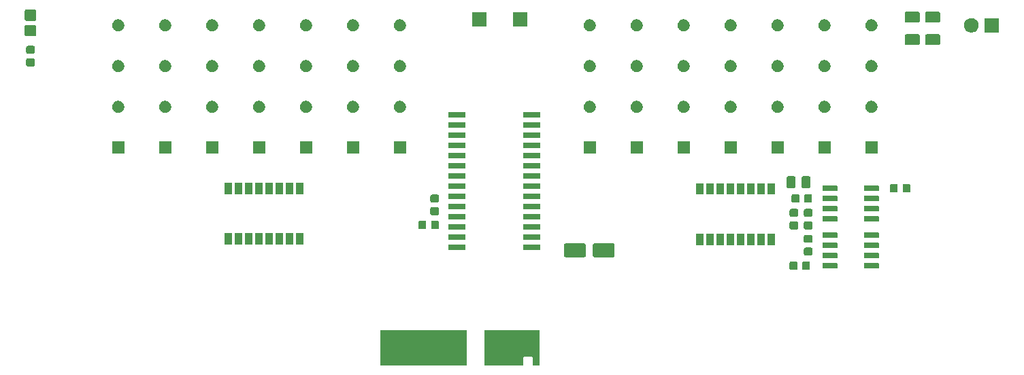
<source format=gbr>
G04 #@! TF.GenerationSoftware,KiCad,Pcbnew,(5.1.5)-3*
G04 #@! TF.CreationDate,2020-01-31T09:50:25-08:00*
G04 #@! TF.ProjectId,pin_driver,70696e5f-6472-4697-9665-722e6b696361,rev?*
G04 #@! TF.SameCoordinates,Original*
G04 #@! TF.FileFunction,Soldermask,Top*
G04 #@! TF.FilePolarity,Negative*
%FSLAX46Y46*%
G04 Gerber Fmt 4.6, Leading zero omitted, Abs format (unit mm)*
G04 Created by KiCad (PCBNEW (5.1.5)-3) date 2020-01-31 09:50:25*
%MOMM*%
%LPD*%
G04 APERTURE LIST*
%ADD10C,0.100000*%
G04 APERTURE END LIST*
D10*
G36*
X116401000Y-165101000D02*
G01*
X115599000Y-165101000D01*
X115599000Y-164125999D01*
X115596598Y-164101613D01*
X115589485Y-164078164D01*
X115577934Y-164056553D01*
X115562389Y-164037611D01*
X115543447Y-164022066D01*
X115521836Y-164010515D01*
X115498387Y-164003402D01*
X115474001Y-164001000D01*
X114525999Y-164001000D01*
X114501613Y-164003402D01*
X114478164Y-164010515D01*
X114456553Y-164022066D01*
X114437611Y-164037611D01*
X114422066Y-164056553D01*
X114410515Y-164078164D01*
X114403402Y-164101613D01*
X114401000Y-164125999D01*
X114401000Y-165101000D01*
X109599000Y-165101000D01*
X109599000Y-160699000D01*
X116401000Y-160699000D01*
X116401000Y-165101000D01*
G37*
G36*
X107401000Y-165101000D02*
G01*
X96599000Y-165101000D01*
X96599000Y-160699000D01*
X107401000Y-160699000D01*
X107401000Y-165101000D01*
G37*
G36*
X148373091Y-152132085D02*
G01*
X148407069Y-152142393D01*
X148438390Y-152159134D01*
X148465839Y-152181661D01*
X148488366Y-152209110D01*
X148505107Y-152240431D01*
X148515415Y-152274409D01*
X148519500Y-152315890D01*
X148519500Y-152992110D01*
X148515415Y-153033591D01*
X148505107Y-153067569D01*
X148488366Y-153098890D01*
X148465839Y-153126339D01*
X148438390Y-153148866D01*
X148407069Y-153165607D01*
X148373091Y-153175915D01*
X148331610Y-153180000D01*
X147730390Y-153180000D01*
X147688909Y-153175915D01*
X147654931Y-153165607D01*
X147623610Y-153148866D01*
X147596161Y-153126339D01*
X147573634Y-153098890D01*
X147556893Y-153067569D01*
X147546585Y-153033591D01*
X147542500Y-152992110D01*
X147542500Y-152315890D01*
X147546585Y-152274409D01*
X147556893Y-152240431D01*
X147573634Y-152209110D01*
X147596161Y-152181661D01*
X147623610Y-152159134D01*
X147654931Y-152142393D01*
X147688909Y-152132085D01*
X147730390Y-152128000D01*
X148331610Y-152128000D01*
X148373091Y-152132085D01*
G37*
G36*
X149948091Y-152132085D02*
G01*
X149982069Y-152142393D01*
X150013390Y-152159134D01*
X150040839Y-152181661D01*
X150063366Y-152209110D01*
X150080107Y-152240431D01*
X150090415Y-152274409D01*
X150094500Y-152315890D01*
X150094500Y-152992110D01*
X150090415Y-153033591D01*
X150080107Y-153067569D01*
X150063366Y-153098890D01*
X150040839Y-153126339D01*
X150013390Y-153148866D01*
X149982069Y-153165607D01*
X149948091Y-153175915D01*
X149906610Y-153180000D01*
X149305390Y-153180000D01*
X149263909Y-153175915D01*
X149229931Y-153165607D01*
X149198610Y-153148866D01*
X149171161Y-153126339D01*
X149148634Y-153098890D01*
X149131893Y-153067569D01*
X149121585Y-153033591D01*
X149117500Y-152992110D01*
X149117500Y-152315890D01*
X149121585Y-152274409D01*
X149131893Y-152240431D01*
X149148634Y-152209110D01*
X149171161Y-152181661D01*
X149198610Y-152159134D01*
X149229931Y-152142393D01*
X149263909Y-152132085D01*
X149305390Y-152128000D01*
X149906610Y-152128000D01*
X149948091Y-152132085D01*
G37*
G36*
X153418928Y-152305764D02*
G01*
X153440009Y-152312160D01*
X153459445Y-152322548D01*
X153476476Y-152336524D01*
X153490452Y-152353555D01*
X153500840Y-152372991D01*
X153507236Y-152394072D01*
X153510000Y-152422140D01*
X153510000Y-152885860D01*
X153507236Y-152913928D01*
X153500840Y-152935009D01*
X153490452Y-152954445D01*
X153476476Y-152971476D01*
X153459445Y-152985452D01*
X153440009Y-152995840D01*
X153418928Y-153002236D01*
X153390860Y-153005000D01*
X151777140Y-153005000D01*
X151749072Y-153002236D01*
X151727991Y-152995840D01*
X151708555Y-152985452D01*
X151691524Y-152971476D01*
X151677548Y-152954445D01*
X151667160Y-152935009D01*
X151660764Y-152913928D01*
X151658000Y-152885860D01*
X151658000Y-152422140D01*
X151660764Y-152394072D01*
X151667160Y-152372991D01*
X151677548Y-152353555D01*
X151691524Y-152336524D01*
X151708555Y-152322548D01*
X151727991Y-152312160D01*
X151749072Y-152305764D01*
X151777140Y-152303000D01*
X153390860Y-152303000D01*
X153418928Y-152305764D01*
G37*
G36*
X158568928Y-152305764D02*
G01*
X158590009Y-152312160D01*
X158609445Y-152322548D01*
X158626476Y-152336524D01*
X158640452Y-152353555D01*
X158650840Y-152372991D01*
X158657236Y-152394072D01*
X158660000Y-152422140D01*
X158660000Y-152885860D01*
X158657236Y-152913928D01*
X158650840Y-152935009D01*
X158640452Y-152954445D01*
X158626476Y-152971476D01*
X158609445Y-152985452D01*
X158590009Y-152995840D01*
X158568928Y-153002236D01*
X158540860Y-153005000D01*
X156927140Y-153005000D01*
X156899072Y-153002236D01*
X156877991Y-152995840D01*
X156858555Y-152985452D01*
X156841524Y-152971476D01*
X156827548Y-152954445D01*
X156817160Y-152935009D01*
X156810764Y-152913928D01*
X156808000Y-152885860D01*
X156808000Y-152422140D01*
X156810764Y-152394072D01*
X156817160Y-152372991D01*
X156827548Y-152353555D01*
X156841524Y-152336524D01*
X156858555Y-152322548D01*
X156877991Y-152312160D01*
X156899072Y-152305764D01*
X156927140Y-152303000D01*
X158540860Y-152303000D01*
X158568928Y-152305764D01*
G37*
G36*
X153418928Y-151035764D02*
G01*
X153440009Y-151042160D01*
X153459445Y-151052548D01*
X153476476Y-151066524D01*
X153490452Y-151083555D01*
X153500840Y-151102991D01*
X153507236Y-151124072D01*
X153510000Y-151152140D01*
X153510000Y-151615860D01*
X153507236Y-151643928D01*
X153500840Y-151665009D01*
X153490452Y-151684445D01*
X153476476Y-151701476D01*
X153459445Y-151715452D01*
X153440009Y-151725840D01*
X153418928Y-151732236D01*
X153390860Y-151735000D01*
X151777140Y-151735000D01*
X151749072Y-151732236D01*
X151727991Y-151725840D01*
X151708555Y-151715452D01*
X151691524Y-151701476D01*
X151677548Y-151684445D01*
X151667160Y-151665009D01*
X151660764Y-151643928D01*
X151658000Y-151615860D01*
X151658000Y-151152140D01*
X151660764Y-151124072D01*
X151667160Y-151102991D01*
X151677548Y-151083555D01*
X151691524Y-151066524D01*
X151708555Y-151052548D01*
X151727991Y-151042160D01*
X151749072Y-151035764D01*
X151777140Y-151033000D01*
X153390860Y-151033000D01*
X153418928Y-151035764D01*
G37*
G36*
X158568928Y-151035764D02*
G01*
X158590009Y-151042160D01*
X158609445Y-151052548D01*
X158626476Y-151066524D01*
X158640452Y-151083555D01*
X158650840Y-151102991D01*
X158657236Y-151124072D01*
X158660000Y-151152140D01*
X158660000Y-151615860D01*
X158657236Y-151643928D01*
X158650840Y-151665009D01*
X158640452Y-151684445D01*
X158626476Y-151701476D01*
X158609445Y-151715452D01*
X158590009Y-151725840D01*
X158568928Y-151732236D01*
X158540860Y-151735000D01*
X156927140Y-151735000D01*
X156899072Y-151732236D01*
X156877991Y-151725840D01*
X156858555Y-151715452D01*
X156841524Y-151701476D01*
X156827548Y-151684445D01*
X156817160Y-151665009D01*
X156810764Y-151643928D01*
X156808000Y-151615860D01*
X156808000Y-151152140D01*
X156810764Y-151124072D01*
X156817160Y-151102991D01*
X156827548Y-151083555D01*
X156841524Y-151066524D01*
X156858555Y-151052548D01*
X156877991Y-151042160D01*
X156899072Y-151035764D01*
X156927140Y-151033000D01*
X158540860Y-151033000D01*
X158568928Y-151035764D01*
G37*
G36*
X122040597Y-149876651D02*
G01*
X122074252Y-149886861D01*
X122105265Y-149903438D01*
X122132451Y-149925749D01*
X122154762Y-149952935D01*
X122171339Y-149983948D01*
X122181549Y-150017603D01*
X122185600Y-150058738D01*
X122185600Y-151388462D01*
X122181549Y-151429597D01*
X122171339Y-151463252D01*
X122154762Y-151494265D01*
X122132451Y-151521451D01*
X122105265Y-151543762D01*
X122074252Y-151560339D01*
X122040597Y-151570549D01*
X121999462Y-151574600D01*
X119669738Y-151574600D01*
X119628603Y-151570549D01*
X119594948Y-151560339D01*
X119563935Y-151543762D01*
X119536749Y-151521451D01*
X119514438Y-151494265D01*
X119497861Y-151463252D01*
X119487651Y-151429597D01*
X119483600Y-151388462D01*
X119483600Y-150058738D01*
X119487651Y-150017603D01*
X119497861Y-149983948D01*
X119514438Y-149952935D01*
X119536749Y-149925749D01*
X119563935Y-149903438D01*
X119594948Y-149886861D01*
X119628603Y-149876651D01*
X119669738Y-149872600D01*
X121999462Y-149872600D01*
X122040597Y-149876651D01*
G37*
G36*
X125640597Y-149876651D02*
G01*
X125674252Y-149886861D01*
X125705265Y-149903438D01*
X125732451Y-149925749D01*
X125754762Y-149952935D01*
X125771339Y-149983948D01*
X125781549Y-150017603D01*
X125785600Y-150058738D01*
X125785600Y-151388462D01*
X125781549Y-151429597D01*
X125771339Y-151463252D01*
X125754762Y-151494265D01*
X125732451Y-151521451D01*
X125705265Y-151543762D01*
X125674252Y-151560339D01*
X125640597Y-151570549D01*
X125599462Y-151574600D01*
X123269738Y-151574600D01*
X123228603Y-151570549D01*
X123194948Y-151560339D01*
X123163935Y-151543762D01*
X123136749Y-151521451D01*
X123114438Y-151494265D01*
X123097861Y-151463252D01*
X123087651Y-151429597D01*
X123083600Y-151388462D01*
X123083600Y-150058738D01*
X123087651Y-150017603D01*
X123097861Y-149983948D01*
X123114438Y-149952935D01*
X123136749Y-149925749D01*
X123163935Y-149903438D01*
X123194948Y-149886861D01*
X123228603Y-149876651D01*
X123269738Y-149872600D01*
X125599462Y-149872600D01*
X125640597Y-149876651D01*
G37*
G36*
X150239591Y-150391585D02*
G01*
X150273569Y-150401893D01*
X150304890Y-150418634D01*
X150332339Y-150441161D01*
X150354866Y-150468610D01*
X150371607Y-150499931D01*
X150381915Y-150533909D01*
X150386000Y-150575390D01*
X150386000Y-151176610D01*
X150381915Y-151218091D01*
X150371607Y-151252069D01*
X150354866Y-151283390D01*
X150332339Y-151310839D01*
X150304890Y-151333366D01*
X150273569Y-151350107D01*
X150239591Y-151360415D01*
X150198110Y-151364500D01*
X149521890Y-151364500D01*
X149480409Y-151360415D01*
X149446431Y-151350107D01*
X149415110Y-151333366D01*
X149387661Y-151310839D01*
X149365134Y-151283390D01*
X149348393Y-151252069D01*
X149338085Y-151218091D01*
X149334000Y-151176610D01*
X149334000Y-150575390D01*
X149338085Y-150533909D01*
X149348393Y-150499931D01*
X149365134Y-150468610D01*
X149387661Y-150441161D01*
X149415110Y-150418634D01*
X149446431Y-150401893D01*
X149480409Y-150391585D01*
X149521890Y-150387500D01*
X150198110Y-150387500D01*
X150239591Y-150391585D01*
G37*
G36*
X116456928Y-150019764D02*
G01*
X116478009Y-150026160D01*
X116497445Y-150036548D01*
X116514476Y-150050524D01*
X116528452Y-150067555D01*
X116538840Y-150086991D01*
X116545236Y-150108072D01*
X116548000Y-150136140D01*
X116548000Y-150599860D01*
X116545236Y-150627928D01*
X116538840Y-150649009D01*
X116528452Y-150668445D01*
X116514476Y-150685476D01*
X116497445Y-150699452D01*
X116478009Y-150709840D01*
X116456928Y-150716236D01*
X116428860Y-150719000D01*
X114515140Y-150719000D01*
X114487072Y-150716236D01*
X114465991Y-150709840D01*
X114446555Y-150699452D01*
X114429524Y-150685476D01*
X114415548Y-150668445D01*
X114405160Y-150649009D01*
X114398764Y-150627928D01*
X114396000Y-150599860D01*
X114396000Y-150136140D01*
X114398764Y-150108072D01*
X114405160Y-150086991D01*
X114415548Y-150067555D01*
X114429524Y-150050524D01*
X114446555Y-150036548D01*
X114465991Y-150026160D01*
X114487072Y-150019764D01*
X114515140Y-150017000D01*
X116428860Y-150017000D01*
X116456928Y-150019764D01*
G37*
G36*
X107156928Y-150019764D02*
G01*
X107178009Y-150026160D01*
X107197445Y-150036548D01*
X107214476Y-150050524D01*
X107228452Y-150067555D01*
X107238840Y-150086991D01*
X107245236Y-150108072D01*
X107248000Y-150136140D01*
X107248000Y-150599860D01*
X107245236Y-150627928D01*
X107238840Y-150649009D01*
X107228452Y-150668445D01*
X107214476Y-150685476D01*
X107197445Y-150699452D01*
X107178009Y-150709840D01*
X107156928Y-150716236D01*
X107128860Y-150719000D01*
X105215140Y-150719000D01*
X105187072Y-150716236D01*
X105165991Y-150709840D01*
X105146555Y-150699452D01*
X105129524Y-150685476D01*
X105115548Y-150668445D01*
X105105160Y-150649009D01*
X105098764Y-150627928D01*
X105096000Y-150599860D01*
X105096000Y-150136140D01*
X105098764Y-150108072D01*
X105105160Y-150086991D01*
X105115548Y-150067555D01*
X105129524Y-150050524D01*
X105146555Y-150036548D01*
X105165991Y-150026160D01*
X105187072Y-150019764D01*
X105215140Y-150017000D01*
X107128860Y-150017000D01*
X107156928Y-150019764D01*
G37*
G36*
X153418928Y-149765764D02*
G01*
X153440009Y-149772160D01*
X153459445Y-149782548D01*
X153476476Y-149796524D01*
X153490452Y-149813555D01*
X153500840Y-149832991D01*
X153507236Y-149854072D01*
X153510000Y-149882140D01*
X153510000Y-150345860D01*
X153507236Y-150373928D01*
X153500840Y-150395009D01*
X153490452Y-150414445D01*
X153476476Y-150431476D01*
X153459445Y-150445452D01*
X153440009Y-150455840D01*
X153418928Y-150462236D01*
X153390860Y-150465000D01*
X151777140Y-150465000D01*
X151749072Y-150462236D01*
X151727991Y-150455840D01*
X151708555Y-150445452D01*
X151691524Y-150431476D01*
X151677548Y-150414445D01*
X151667160Y-150395009D01*
X151660764Y-150373928D01*
X151658000Y-150345860D01*
X151658000Y-149882140D01*
X151660764Y-149854072D01*
X151667160Y-149832991D01*
X151677548Y-149813555D01*
X151691524Y-149796524D01*
X151708555Y-149782548D01*
X151727991Y-149772160D01*
X151749072Y-149765764D01*
X151777140Y-149763000D01*
X153390860Y-149763000D01*
X153418928Y-149765764D01*
G37*
G36*
X158568928Y-149765764D02*
G01*
X158590009Y-149772160D01*
X158609445Y-149782548D01*
X158626476Y-149796524D01*
X158640452Y-149813555D01*
X158650840Y-149832991D01*
X158657236Y-149854072D01*
X158660000Y-149882140D01*
X158660000Y-150345860D01*
X158657236Y-150373928D01*
X158650840Y-150395009D01*
X158640452Y-150414445D01*
X158626476Y-150431476D01*
X158609445Y-150445452D01*
X158590009Y-150455840D01*
X158568928Y-150462236D01*
X158540860Y-150465000D01*
X156927140Y-150465000D01*
X156899072Y-150462236D01*
X156877991Y-150455840D01*
X156858555Y-150445452D01*
X156841524Y-150431476D01*
X156827548Y-150414445D01*
X156817160Y-150395009D01*
X156810764Y-150373928D01*
X156808000Y-150345860D01*
X156808000Y-149882140D01*
X156810764Y-149854072D01*
X156817160Y-149832991D01*
X156827548Y-149813555D01*
X156841524Y-149796524D01*
X156858555Y-149782548D01*
X156877991Y-149772160D01*
X156899072Y-149765764D01*
X156927140Y-149763000D01*
X158540860Y-149763000D01*
X158568928Y-149765764D01*
G37*
G36*
X141939000Y-150053000D02*
G01*
X141037000Y-150053000D01*
X141037000Y-148651000D01*
X141939000Y-148651000D01*
X141939000Y-150053000D01*
G37*
G36*
X138129000Y-150053000D02*
G01*
X137227000Y-150053000D01*
X137227000Y-148651000D01*
X138129000Y-148651000D01*
X138129000Y-150053000D01*
G37*
G36*
X139389000Y-150053000D02*
G01*
X138487000Y-150053000D01*
X138487000Y-148651000D01*
X139389000Y-148651000D01*
X139389000Y-150053000D01*
G37*
G36*
X136849000Y-150053000D02*
G01*
X135947000Y-150053000D01*
X135947000Y-148651000D01*
X136849000Y-148651000D01*
X136849000Y-150053000D01*
G37*
G36*
X140659000Y-150053000D02*
G01*
X139757000Y-150053000D01*
X139757000Y-148651000D01*
X140659000Y-148651000D01*
X140659000Y-150053000D01*
G37*
G36*
X145749000Y-150053000D02*
G01*
X144847000Y-150053000D01*
X144847000Y-148651000D01*
X145749000Y-148651000D01*
X145749000Y-150053000D01*
G37*
G36*
X144469000Y-150053000D02*
G01*
X143567000Y-150053000D01*
X143567000Y-148651000D01*
X144469000Y-148651000D01*
X144469000Y-150053000D01*
G37*
G36*
X143209000Y-150053000D02*
G01*
X142307000Y-150053000D01*
X142307000Y-148651000D01*
X143209000Y-148651000D01*
X143209000Y-150053000D01*
G37*
G36*
X84535000Y-150003000D02*
G01*
X83633000Y-150003000D01*
X83633000Y-148601000D01*
X84535000Y-148601000D01*
X84535000Y-150003000D01*
G37*
G36*
X78175000Y-150003000D02*
G01*
X77273000Y-150003000D01*
X77273000Y-148601000D01*
X78175000Y-148601000D01*
X78175000Y-150003000D01*
G37*
G36*
X79455000Y-150003000D02*
G01*
X78553000Y-150003000D01*
X78553000Y-148601000D01*
X79455000Y-148601000D01*
X79455000Y-150003000D01*
G37*
G36*
X80715000Y-150003000D02*
G01*
X79813000Y-150003000D01*
X79813000Y-148601000D01*
X80715000Y-148601000D01*
X80715000Y-150003000D01*
G37*
G36*
X81985000Y-150003000D02*
G01*
X81083000Y-150003000D01*
X81083000Y-148601000D01*
X81985000Y-148601000D01*
X81985000Y-150003000D01*
G37*
G36*
X83265000Y-150003000D02*
G01*
X82363000Y-150003000D01*
X82363000Y-148601000D01*
X83265000Y-148601000D01*
X83265000Y-150003000D01*
G37*
G36*
X87075000Y-150003000D02*
G01*
X86173000Y-150003000D01*
X86173000Y-148601000D01*
X87075000Y-148601000D01*
X87075000Y-150003000D01*
G37*
G36*
X85795000Y-150003000D02*
G01*
X84893000Y-150003000D01*
X84893000Y-148601000D01*
X85795000Y-148601000D01*
X85795000Y-150003000D01*
G37*
G36*
X150239591Y-148816585D02*
G01*
X150273569Y-148826893D01*
X150304890Y-148843634D01*
X150332339Y-148866161D01*
X150354866Y-148893610D01*
X150371607Y-148924931D01*
X150381915Y-148958909D01*
X150386000Y-149000390D01*
X150386000Y-149601610D01*
X150381915Y-149643091D01*
X150371607Y-149677069D01*
X150354866Y-149708390D01*
X150332339Y-149735839D01*
X150304890Y-149758366D01*
X150273569Y-149775107D01*
X150239591Y-149785415D01*
X150198110Y-149789500D01*
X149521890Y-149789500D01*
X149480409Y-149785415D01*
X149446431Y-149775107D01*
X149415110Y-149758366D01*
X149387661Y-149735839D01*
X149365134Y-149708390D01*
X149348393Y-149677069D01*
X149338085Y-149643091D01*
X149334000Y-149601610D01*
X149334000Y-149000390D01*
X149338085Y-148958909D01*
X149348393Y-148924931D01*
X149365134Y-148893610D01*
X149387661Y-148866161D01*
X149415110Y-148843634D01*
X149446431Y-148826893D01*
X149480409Y-148816585D01*
X149521890Y-148812500D01*
X150198110Y-148812500D01*
X150239591Y-148816585D01*
G37*
G36*
X107156928Y-148749764D02*
G01*
X107178009Y-148756160D01*
X107197445Y-148766548D01*
X107214476Y-148780524D01*
X107228452Y-148797555D01*
X107238840Y-148816991D01*
X107245236Y-148838072D01*
X107248000Y-148866140D01*
X107248000Y-149329860D01*
X107245236Y-149357928D01*
X107238840Y-149379009D01*
X107228452Y-149398445D01*
X107214476Y-149415476D01*
X107197445Y-149429452D01*
X107178009Y-149439840D01*
X107156928Y-149446236D01*
X107128860Y-149449000D01*
X105215140Y-149449000D01*
X105187072Y-149446236D01*
X105165991Y-149439840D01*
X105146555Y-149429452D01*
X105129524Y-149415476D01*
X105115548Y-149398445D01*
X105105160Y-149379009D01*
X105098764Y-149357928D01*
X105096000Y-149329860D01*
X105096000Y-148866140D01*
X105098764Y-148838072D01*
X105105160Y-148816991D01*
X105115548Y-148797555D01*
X105129524Y-148780524D01*
X105146555Y-148766548D01*
X105165991Y-148756160D01*
X105187072Y-148749764D01*
X105215140Y-148747000D01*
X107128860Y-148747000D01*
X107156928Y-148749764D01*
G37*
G36*
X116456928Y-148749764D02*
G01*
X116478009Y-148756160D01*
X116497445Y-148766548D01*
X116514476Y-148780524D01*
X116528452Y-148797555D01*
X116538840Y-148816991D01*
X116545236Y-148838072D01*
X116548000Y-148866140D01*
X116548000Y-149329860D01*
X116545236Y-149357928D01*
X116538840Y-149379009D01*
X116528452Y-149398445D01*
X116514476Y-149415476D01*
X116497445Y-149429452D01*
X116478009Y-149439840D01*
X116456928Y-149446236D01*
X116428860Y-149449000D01*
X114515140Y-149449000D01*
X114487072Y-149446236D01*
X114465991Y-149439840D01*
X114446555Y-149429452D01*
X114429524Y-149415476D01*
X114415548Y-149398445D01*
X114405160Y-149379009D01*
X114398764Y-149357928D01*
X114396000Y-149329860D01*
X114396000Y-148866140D01*
X114398764Y-148838072D01*
X114405160Y-148816991D01*
X114415548Y-148797555D01*
X114429524Y-148780524D01*
X114446555Y-148766548D01*
X114465991Y-148756160D01*
X114487072Y-148749764D01*
X114515140Y-148747000D01*
X116428860Y-148747000D01*
X116456928Y-148749764D01*
G37*
G36*
X158568928Y-148495764D02*
G01*
X158590009Y-148502160D01*
X158609445Y-148512548D01*
X158626476Y-148526524D01*
X158640452Y-148543555D01*
X158650840Y-148562991D01*
X158657236Y-148584072D01*
X158660000Y-148612140D01*
X158660000Y-149075860D01*
X158657236Y-149103928D01*
X158650840Y-149125009D01*
X158640452Y-149144445D01*
X158626476Y-149161476D01*
X158609445Y-149175452D01*
X158590009Y-149185840D01*
X158568928Y-149192236D01*
X158540860Y-149195000D01*
X156927140Y-149195000D01*
X156899072Y-149192236D01*
X156877991Y-149185840D01*
X156858555Y-149175452D01*
X156841524Y-149161476D01*
X156827548Y-149144445D01*
X156817160Y-149125009D01*
X156810764Y-149103928D01*
X156808000Y-149075860D01*
X156808000Y-148612140D01*
X156810764Y-148584072D01*
X156817160Y-148562991D01*
X156827548Y-148543555D01*
X156841524Y-148526524D01*
X156858555Y-148512548D01*
X156877991Y-148502160D01*
X156899072Y-148495764D01*
X156927140Y-148493000D01*
X158540860Y-148493000D01*
X158568928Y-148495764D01*
G37*
G36*
X153418928Y-148495764D02*
G01*
X153440009Y-148502160D01*
X153459445Y-148512548D01*
X153476476Y-148526524D01*
X153490452Y-148543555D01*
X153500840Y-148562991D01*
X153507236Y-148584072D01*
X153510000Y-148612140D01*
X153510000Y-149075860D01*
X153507236Y-149103928D01*
X153500840Y-149125009D01*
X153490452Y-149144445D01*
X153476476Y-149161476D01*
X153459445Y-149175452D01*
X153440009Y-149185840D01*
X153418928Y-149192236D01*
X153390860Y-149195000D01*
X151777140Y-149195000D01*
X151749072Y-149192236D01*
X151727991Y-149185840D01*
X151708555Y-149175452D01*
X151691524Y-149161476D01*
X151677548Y-149144445D01*
X151667160Y-149125009D01*
X151660764Y-149103928D01*
X151658000Y-149075860D01*
X151658000Y-148612140D01*
X151660764Y-148584072D01*
X151667160Y-148562991D01*
X151677548Y-148543555D01*
X151691524Y-148526524D01*
X151708555Y-148512548D01*
X151727991Y-148502160D01*
X151749072Y-148495764D01*
X151777140Y-148493000D01*
X153390860Y-148493000D01*
X153418928Y-148495764D01*
G37*
G36*
X107156928Y-147479764D02*
G01*
X107178009Y-147486160D01*
X107197445Y-147496548D01*
X107214476Y-147510524D01*
X107228452Y-147527555D01*
X107238840Y-147546991D01*
X107245236Y-147568072D01*
X107248000Y-147596140D01*
X107248000Y-148059860D01*
X107245236Y-148087928D01*
X107238840Y-148109009D01*
X107228452Y-148128445D01*
X107214476Y-148145476D01*
X107197445Y-148159452D01*
X107178009Y-148169840D01*
X107156928Y-148176236D01*
X107128860Y-148179000D01*
X105215140Y-148179000D01*
X105187072Y-148176236D01*
X105165991Y-148169840D01*
X105146555Y-148159452D01*
X105129524Y-148145476D01*
X105115548Y-148128445D01*
X105105160Y-148109009D01*
X105098764Y-148087928D01*
X105096000Y-148059860D01*
X105096000Y-147596140D01*
X105098764Y-147568072D01*
X105105160Y-147546991D01*
X105115548Y-147527555D01*
X105129524Y-147510524D01*
X105146555Y-147496548D01*
X105165991Y-147486160D01*
X105187072Y-147479764D01*
X105215140Y-147477000D01*
X107128860Y-147477000D01*
X107156928Y-147479764D01*
G37*
G36*
X116456928Y-147479764D02*
G01*
X116478009Y-147486160D01*
X116497445Y-147496548D01*
X116514476Y-147510524D01*
X116528452Y-147527555D01*
X116538840Y-147546991D01*
X116545236Y-147568072D01*
X116548000Y-147596140D01*
X116548000Y-148059860D01*
X116545236Y-148087928D01*
X116538840Y-148109009D01*
X116528452Y-148128445D01*
X116514476Y-148145476D01*
X116497445Y-148159452D01*
X116478009Y-148169840D01*
X116456928Y-148176236D01*
X116428860Y-148179000D01*
X114515140Y-148179000D01*
X114487072Y-148176236D01*
X114465991Y-148169840D01*
X114446555Y-148159452D01*
X114429524Y-148145476D01*
X114415548Y-148128445D01*
X114405160Y-148109009D01*
X114398764Y-148087928D01*
X114396000Y-148059860D01*
X114396000Y-147596140D01*
X114398764Y-147568072D01*
X114405160Y-147546991D01*
X114415548Y-147527555D01*
X114429524Y-147510524D01*
X114446555Y-147496548D01*
X114465991Y-147486160D01*
X114487072Y-147479764D01*
X114515140Y-147477000D01*
X116428860Y-147477000D01*
X116456928Y-147479764D01*
G37*
G36*
X148461591Y-147140585D02*
G01*
X148495569Y-147150893D01*
X148526890Y-147167634D01*
X148554339Y-147190161D01*
X148576866Y-147217610D01*
X148593607Y-147248931D01*
X148603915Y-147282909D01*
X148608000Y-147324390D01*
X148608000Y-147925610D01*
X148603915Y-147967091D01*
X148593607Y-148001069D01*
X148576866Y-148032390D01*
X148554339Y-148059839D01*
X148526890Y-148082366D01*
X148495569Y-148099107D01*
X148461591Y-148109415D01*
X148420110Y-148113500D01*
X147743890Y-148113500D01*
X147702409Y-148109415D01*
X147668431Y-148099107D01*
X147637110Y-148082366D01*
X147609661Y-148059839D01*
X147587134Y-148032390D01*
X147570393Y-148001069D01*
X147560085Y-147967091D01*
X147556000Y-147925610D01*
X147556000Y-147324390D01*
X147560085Y-147282909D01*
X147570393Y-147248931D01*
X147587134Y-147217610D01*
X147609661Y-147190161D01*
X147637110Y-147167634D01*
X147668431Y-147150893D01*
X147702409Y-147140585D01*
X147743890Y-147136500D01*
X148420110Y-147136500D01*
X148461591Y-147140585D01*
G37*
G36*
X150239591Y-147140585D02*
G01*
X150273569Y-147150893D01*
X150304890Y-147167634D01*
X150332339Y-147190161D01*
X150354866Y-147217610D01*
X150371607Y-147248931D01*
X150381915Y-147282909D01*
X150386000Y-147324390D01*
X150386000Y-147925610D01*
X150381915Y-147967091D01*
X150371607Y-148001069D01*
X150354866Y-148032390D01*
X150332339Y-148059839D01*
X150304890Y-148082366D01*
X150273569Y-148099107D01*
X150239591Y-148109415D01*
X150198110Y-148113500D01*
X149521890Y-148113500D01*
X149480409Y-148109415D01*
X149446431Y-148099107D01*
X149415110Y-148082366D01*
X149387661Y-148059839D01*
X149365134Y-148032390D01*
X149348393Y-148001069D01*
X149338085Y-147967091D01*
X149334000Y-147925610D01*
X149334000Y-147324390D01*
X149338085Y-147282909D01*
X149348393Y-147248931D01*
X149365134Y-147217610D01*
X149387661Y-147190161D01*
X149415110Y-147167634D01*
X149446431Y-147150893D01*
X149480409Y-147140585D01*
X149521890Y-147136500D01*
X150198110Y-147136500D01*
X150239591Y-147140585D01*
G37*
G36*
X102196091Y-147052085D02*
G01*
X102230069Y-147062393D01*
X102261390Y-147079134D01*
X102288839Y-147101661D01*
X102311366Y-147129110D01*
X102328107Y-147160431D01*
X102338415Y-147194409D01*
X102342500Y-147235890D01*
X102342500Y-147912110D01*
X102338415Y-147953591D01*
X102328107Y-147987569D01*
X102311366Y-148018890D01*
X102288839Y-148046339D01*
X102261390Y-148068866D01*
X102230069Y-148085607D01*
X102196091Y-148095915D01*
X102154610Y-148100000D01*
X101553390Y-148100000D01*
X101511909Y-148095915D01*
X101477931Y-148085607D01*
X101446610Y-148068866D01*
X101419161Y-148046339D01*
X101396634Y-148018890D01*
X101379893Y-147987569D01*
X101369585Y-147953591D01*
X101365500Y-147912110D01*
X101365500Y-147235890D01*
X101369585Y-147194409D01*
X101379893Y-147160431D01*
X101396634Y-147129110D01*
X101419161Y-147101661D01*
X101446610Y-147079134D01*
X101477931Y-147062393D01*
X101511909Y-147052085D01*
X101553390Y-147048000D01*
X102154610Y-147048000D01*
X102196091Y-147052085D01*
G37*
G36*
X103771091Y-147052085D02*
G01*
X103805069Y-147062393D01*
X103836390Y-147079134D01*
X103863839Y-147101661D01*
X103886366Y-147129110D01*
X103903107Y-147160431D01*
X103913415Y-147194409D01*
X103917500Y-147235890D01*
X103917500Y-147912110D01*
X103913415Y-147953591D01*
X103903107Y-147987569D01*
X103886366Y-148018890D01*
X103863839Y-148046339D01*
X103836390Y-148068866D01*
X103805069Y-148085607D01*
X103771091Y-148095915D01*
X103729610Y-148100000D01*
X103128390Y-148100000D01*
X103086909Y-148095915D01*
X103052931Y-148085607D01*
X103021610Y-148068866D01*
X102994161Y-148046339D01*
X102971634Y-148018890D01*
X102954893Y-147987569D01*
X102944585Y-147953591D01*
X102940500Y-147912110D01*
X102940500Y-147235890D01*
X102944585Y-147194409D01*
X102954893Y-147160431D01*
X102971634Y-147129110D01*
X102994161Y-147101661D01*
X103021610Y-147079134D01*
X103052931Y-147062393D01*
X103086909Y-147052085D01*
X103128390Y-147048000D01*
X103729610Y-147048000D01*
X103771091Y-147052085D01*
G37*
G36*
X153418928Y-146463764D02*
G01*
X153440009Y-146470160D01*
X153459445Y-146480548D01*
X153476476Y-146494524D01*
X153490452Y-146511555D01*
X153500840Y-146530991D01*
X153507236Y-146552072D01*
X153510000Y-146580140D01*
X153510000Y-147043860D01*
X153507236Y-147071928D01*
X153500840Y-147093009D01*
X153490452Y-147112445D01*
X153476476Y-147129476D01*
X153459445Y-147143452D01*
X153440009Y-147153840D01*
X153418928Y-147160236D01*
X153390860Y-147163000D01*
X151777140Y-147163000D01*
X151749072Y-147160236D01*
X151727991Y-147153840D01*
X151708555Y-147143452D01*
X151691524Y-147129476D01*
X151677548Y-147112445D01*
X151667160Y-147093009D01*
X151660764Y-147071928D01*
X151658000Y-147043860D01*
X151658000Y-146580140D01*
X151660764Y-146552072D01*
X151667160Y-146530991D01*
X151677548Y-146511555D01*
X151691524Y-146494524D01*
X151708555Y-146480548D01*
X151727991Y-146470160D01*
X151749072Y-146463764D01*
X151777140Y-146461000D01*
X153390860Y-146461000D01*
X153418928Y-146463764D01*
G37*
G36*
X158568928Y-146463764D02*
G01*
X158590009Y-146470160D01*
X158609445Y-146480548D01*
X158626476Y-146494524D01*
X158640452Y-146511555D01*
X158650840Y-146530991D01*
X158657236Y-146552072D01*
X158660000Y-146580140D01*
X158660000Y-147043860D01*
X158657236Y-147071928D01*
X158650840Y-147093009D01*
X158640452Y-147112445D01*
X158626476Y-147129476D01*
X158609445Y-147143452D01*
X158590009Y-147153840D01*
X158568928Y-147160236D01*
X158540860Y-147163000D01*
X156927140Y-147163000D01*
X156899072Y-147160236D01*
X156877991Y-147153840D01*
X156858555Y-147143452D01*
X156841524Y-147129476D01*
X156827548Y-147112445D01*
X156817160Y-147093009D01*
X156810764Y-147071928D01*
X156808000Y-147043860D01*
X156808000Y-146580140D01*
X156810764Y-146552072D01*
X156817160Y-146530991D01*
X156827548Y-146511555D01*
X156841524Y-146494524D01*
X156858555Y-146480548D01*
X156877991Y-146470160D01*
X156899072Y-146463764D01*
X156927140Y-146461000D01*
X158540860Y-146461000D01*
X158568928Y-146463764D01*
G37*
G36*
X107156928Y-146209764D02*
G01*
X107178009Y-146216160D01*
X107197445Y-146226548D01*
X107214476Y-146240524D01*
X107228452Y-146257555D01*
X107238840Y-146276991D01*
X107245236Y-146298072D01*
X107248000Y-146326140D01*
X107248000Y-146789860D01*
X107245236Y-146817928D01*
X107238840Y-146839009D01*
X107228452Y-146858445D01*
X107214476Y-146875476D01*
X107197445Y-146889452D01*
X107178009Y-146899840D01*
X107156928Y-146906236D01*
X107128860Y-146909000D01*
X105215140Y-146909000D01*
X105187072Y-146906236D01*
X105165991Y-146899840D01*
X105146555Y-146889452D01*
X105129524Y-146875476D01*
X105115548Y-146858445D01*
X105105160Y-146839009D01*
X105098764Y-146817928D01*
X105096000Y-146789860D01*
X105096000Y-146326140D01*
X105098764Y-146298072D01*
X105105160Y-146276991D01*
X105115548Y-146257555D01*
X105129524Y-146240524D01*
X105146555Y-146226548D01*
X105165991Y-146216160D01*
X105187072Y-146209764D01*
X105215140Y-146207000D01*
X107128860Y-146207000D01*
X107156928Y-146209764D01*
G37*
G36*
X116456928Y-146209764D02*
G01*
X116478009Y-146216160D01*
X116497445Y-146226548D01*
X116514476Y-146240524D01*
X116528452Y-146257555D01*
X116538840Y-146276991D01*
X116545236Y-146298072D01*
X116548000Y-146326140D01*
X116548000Y-146789860D01*
X116545236Y-146817928D01*
X116538840Y-146839009D01*
X116528452Y-146858445D01*
X116514476Y-146875476D01*
X116497445Y-146889452D01*
X116478009Y-146899840D01*
X116456928Y-146906236D01*
X116428860Y-146909000D01*
X114515140Y-146909000D01*
X114487072Y-146906236D01*
X114465991Y-146899840D01*
X114446555Y-146889452D01*
X114429524Y-146875476D01*
X114415548Y-146858445D01*
X114405160Y-146839009D01*
X114398764Y-146817928D01*
X114396000Y-146789860D01*
X114396000Y-146326140D01*
X114398764Y-146298072D01*
X114405160Y-146276991D01*
X114415548Y-146257555D01*
X114429524Y-146240524D01*
X114446555Y-146226548D01*
X114465991Y-146216160D01*
X114487072Y-146209764D01*
X114515140Y-146207000D01*
X116428860Y-146207000D01*
X116456928Y-146209764D01*
G37*
G36*
X148461591Y-145565585D02*
G01*
X148495569Y-145575893D01*
X148526890Y-145592634D01*
X148554339Y-145615161D01*
X148576866Y-145642610D01*
X148593607Y-145673931D01*
X148603915Y-145707909D01*
X148608000Y-145749390D01*
X148608000Y-146350610D01*
X148603915Y-146392091D01*
X148593607Y-146426069D01*
X148576866Y-146457390D01*
X148554339Y-146484839D01*
X148526890Y-146507366D01*
X148495569Y-146524107D01*
X148461591Y-146534415D01*
X148420110Y-146538500D01*
X147743890Y-146538500D01*
X147702409Y-146534415D01*
X147668431Y-146524107D01*
X147637110Y-146507366D01*
X147609661Y-146484839D01*
X147587134Y-146457390D01*
X147570393Y-146426069D01*
X147560085Y-146392091D01*
X147556000Y-146350610D01*
X147556000Y-145749390D01*
X147560085Y-145707909D01*
X147570393Y-145673931D01*
X147587134Y-145642610D01*
X147609661Y-145615161D01*
X147637110Y-145592634D01*
X147668431Y-145575893D01*
X147702409Y-145565585D01*
X147743890Y-145561500D01*
X148420110Y-145561500D01*
X148461591Y-145565585D01*
G37*
G36*
X150239591Y-145565585D02*
G01*
X150273569Y-145575893D01*
X150304890Y-145592634D01*
X150332339Y-145615161D01*
X150354866Y-145642610D01*
X150371607Y-145673931D01*
X150381915Y-145707909D01*
X150386000Y-145749390D01*
X150386000Y-146350610D01*
X150381915Y-146392091D01*
X150371607Y-146426069D01*
X150354866Y-146457390D01*
X150332339Y-146484839D01*
X150304890Y-146507366D01*
X150273569Y-146524107D01*
X150239591Y-146534415D01*
X150198110Y-146538500D01*
X149521890Y-146538500D01*
X149480409Y-146534415D01*
X149446431Y-146524107D01*
X149415110Y-146507366D01*
X149387661Y-146484839D01*
X149365134Y-146457390D01*
X149348393Y-146426069D01*
X149338085Y-146392091D01*
X149334000Y-146350610D01*
X149334000Y-145749390D01*
X149338085Y-145707909D01*
X149348393Y-145673931D01*
X149365134Y-145642610D01*
X149387661Y-145615161D01*
X149415110Y-145592634D01*
X149446431Y-145575893D01*
X149480409Y-145565585D01*
X149521890Y-145561500D01*
X150198110Y-145561500D01*
X150239591Y-145565585D01*
G37*
G36*
X103757591Y-145362585D02*
G01*
X103791569Y-145372893D01*
X103822890Y-145389634D01*
X103850339Y-145412161D01*
X103872866Y-145439610D01*
X103889607Y-145470931D01*
X103899915Y-145504909D01*
X103904000Y-145546390D01*
X103904000Y-146147610D01*
X103899915Y-146189091D01*
X103889607Y-146223069D01*
X103872866Y-146254390D01*
X103850339Y-146281839D01*
X103822890Y-146304366D01*
X103791569Y-146321107D01*
X103757591Y-146331415D01*
X103716110Y-146335500D01*
X103039890Y-146335500D01*
X102998409Y-146331415D01*
X102964431Y-146321107D01*
X102933110Y-146304366D01*
X102905661Y-146281839D01*
X102883134Y-146254390D01*
X102866393Y-146223069D01*
X102856085Y-146189091D01*
X102852000Y-146147610D01*
X102852000Y-145546390D01*
X102856085Y-145504909D01*
X102866393Y-145470931D01*
X102883134Y-145439610D01*
X102905661Y-145412161D01*
X102933110Y-145389634D01*
X102964431Y-145372893D01*
X102998409Y-145362585D01*
X103039890Y-145358500D01*
X103716110Y-145358500D01*
X103757591Y-145362585D01*
G37*
G36*
X153418928Y-145193764D02*
G01*
X153440009Y-145200160D01*
X153459445Y-145210548D01*
X153476476Y-145224524D01*
X153490452Y-145241555D01*
X153500840Y-145260991D01*
X153507236Y-145282072D01*
X153510000Y-145310140D01*
X153510000Y-145773860D01*
X153507236Y-145801928D01*
X153500840Y-145823009D01*
X153490452Y-145842445D01*
X153476476Y-145859476D01*
X153459445Y-145873452D01*
X153440009Y-145883840D01*
X153418928Y-145890236D01*
X153390860Y-145893000D01*
X151777140Y-145893000D01*
X151749072Y-145890236D01*
X151727991Y-145883840D01*
X151708555Y-145873452D01*
X151691524Y-145859476D01*
X151677548Y-145842445D01*
X151667160Y-145823009D01*
X151660764Y-145801928D01*
X151658000Y-145773860D01*
X151658000Y-145310140D01*
X151660764Y-145282072D01*
X151667160Y-145260991D01*
X151677548Y-145241555D01*
X151691524Y-145224524D01*
X151708555Y-145210548D01*
X151727991Y-145200160D01*
X151749072Y-145193764D01*
X151777140Y-145191000D01*
X153390860Y-145191000D01*
X153418928Y-145193764D01*
G37*
G36*
X158568928Y-145193764D02*
G01*
X158590009Y-145200160D01*
X158609445Y-145210548D01*
X158626476Y-145224524D01*
X158640452Y-145241555D01*
X158650840Y-145260991D01*
X158657236Y-145282072D01*
X158660000Y-145310140D01*
X158660000Y-145773860D01*
X158657236Y-145801928D01*
X158650840Y-145823009D01*
X158640452Y-145842445D01*
X158626476Y-145859476D01*
X158609445Y-145873452D01*
X158590009Y-145883840D01*
X158568928Y-145890236D01*
X158540860Y-145893000D01*
X156927140Y-145893000D01*
X156899072Y-145890236D01*
X156877991Y-145883840D01*
X156858555Y-145873452D01*
X156841524Y-145859476D01*
X156827548Y-145842445D01*
X156817160Y-145823009D01*
X156810764Y-145801928D01*
X156808000Y-145773860D01*
X156808000Y-145310140D01*
X156810764Y-145282072D01*
X156817160Y-145260991D01*
X156827548Y-145241555D01*
X156841524Y-145224524D01*
X156858555Y-145210548D01*
X156877991Y-145200160D01*
X156899072Y-145193764D01*
X156927140Y-145191000D01*
X158540860Y-145191000D01*
X158568928Y-145193764D01*
G37*
G36*
X116456928Y-144939764D02*
G01*
X116478009Y-144946160D01*
X116497445Y-144956548D01*
X116514476Y-144970524D01*
X116528452Y-144987555D01*
X116538840Y-145006991D01*
X116545236Y-145028072D01*
X116548000Y-145056140D01*
X116548000Y-145519860D01*
X116545236Y-145547928D01*
X116538840Y-145569009D01*
X116528452Y-145588445D01*
X116514476Y-145605476D01*
X116497445Y-145619452D01*
X116478009Y-145629840D01*
X116456928Y-145636236D01*
X116428860Y-145639000D01*
X114515140Y-145639000D01*
X114487072Y-145636236D01*
X114465991Y-145629840D01*
X114446555Y-145619452D01*
X114429524Y-145605476D01*
X114415548Y-145588445D01*
X114405160Y-145569009D01*
X114398764Y-145547928D01*
X114396000Y-145519860D01*
X114396000Y-145056140D01*
X114398764Y-145028072D01*
X114405160Y-145006991D01*
X114415548Y-144987555D01*
X114429524Y-144970524D01*
X114446555Y-144956548D01*
X114465991Y-144946160D01*
X114487072Y-144939764D01*
X114515140Y-144937000D01*
X116428860Y-144937000D01*
X116456928Y-144939764D01*
G37*
G36*
X107156928Y-144939764D02*
G01*
X107178009Y-144946160D01*
X107197445Y-144956548D01*
X107214476Y-144970524D01*
X107228452Y-144987555D01*
X107238840Y-145006991D01*
X107245236Y-145028072D01*
X107248000Y-145056140D01*
X107248000Y-145519860D01*
X107245236Y-145547928D01*
X107238840Y-145569009D01*
X107228452Y-145588445D01*
X107214476Y-145605476D01*
X107197445Y-145619452D01*
X107178009Y-145629840D01*
X107156928Y-145636236D01*
X107128860Y-145639000D01*
X105215140Y-145639000D01*
X105187072Y-145636236D01*
X105165991Y-145629840D01*
X105146555Y-145619452D01*
X105129524Y-145605476D01*
X105115548Y-145588445D01*
X105105160Y-145569009D01*
X105098764Y-145547928D01*
X105096000Y-145519860D01*
X105096000Y-145056140D01*
X105098764Y-145028072D01*
X105105160Y-145006991D01*
X105115548Y-144987555D01*
X105129524Y-144970524D01*
X105146555Y-144956548D01*
X105165991Y-144946160D01*
X105187072Y-144939764D01*
X105215140Y-144937000D01*
X107128860Y-144937000D01*
X107156928Y-144939764D01*
G37*
G36*
X150202091Y-143750085D02*
G01*
X150236069Y-143760393D01*
X150267390Y-143777134D01*
X150294839Y-143799661D01*
X150317366Y-143827110D01*
X150334107Y-143858431D01*
X150344415Y-143892409D01*
X150348500Y-143933890D01*
X150348500Y-144610110D01*
X150344415Y-144651591D01*
X150334107Y-144685569D01*
X150317366Y-144716890D01*
X150294839Y-144744339D01*
X150267390Y-144766866D01*
X150236069Y-144783607D01*
X150202091Y-144793915D01*
X150160610Y-144798000D01*
X149559390Y-144798000D01*
X149517909Y-144793915D01*
X149483931Y-144783607D01*
X149452610Y-144766866D01*
X149425161Y-144744339D01*
X149402634Y-144716890D01*
X149385893Y-144685569D01*
X149375585Y-144651591D01*
X149371500Y-144610110D01*
X149371500Y-143933890D01*
X149375585Y-143892409D01*
X149385893Y-143858431D01*
X149402634Y-143827110D01*
X149425161Y-143799661D01*
X149452610Y-143777134D01*
X149483931Y-143760393D01*
X149517909Y-143750085D01*
X149559390Y-143746000D01*
X150160610Y-143746000D01*
X150202091Y-143750085D01*
G37*
G36*
X148627091Y-143750085D02*
G01*
X148661069Y-143760393D01*
X148692390Y-143777134D01*
X148719839Y-143799661D01*
X148742366Y-143827110D01*
X148759107Y-143858431D01*
X148769415Y-143892409D01*
X148773500Y-143933890D01*
X148773500Y-144610110D01*
X148769415Y-144651591D01*
X148759107Y-144685569D01*
X148742366Y-144716890D01*
X148719839Y-144744339D01*
X148692390Y-144766866D01*
X148661069Y-144783607D01*
X148627091Y-144793915D01*
X148585610Y-144798000D01*
X147984390Y-144798000D01*
X147942909Y-144793915D01*
X147908931Y-144783607D01*
X147877610Y-144766866D01*
X147850161Y-144744339D01*
X147827634Y-144716890D01*
X147810893Y-144685569D01*
X147800585Y-144651591D01*
X147796500Y-144610110D01*
X147796500Y-143933890D01*
X147800585Y-143892409D01*
X147810893Y-143858431D01*
X147827634Y-143827110D01*
X147850161Y-143799661D01*
X147877610Y-143777134D01*
X147908931Y-143760393D01*
X147942909Y-143750085D01*
X147984390Y-143746000D01*
X148585610Y-143746000D01*
X148627091Y-143750085D01*
G37*
G36*
X103757591Y-143787585D02*
G01*
X103791569Y-143797893D01*
X103822890Y-143814634D01*
X103850339Y-143837161D01*
X103872866Y-143864610D01*
X103889607Y-143895931D01*
X103899915Y-143929909D01*
X103904000Y-143971390D01*
X103904000Y-144572610D01*
X103899915Y-144614091D01*
X103889607Y-144648069D01*
X103872866Y-144679390D01*
X103850339Y-144706839D01*
X103822890Y-144729366D01*
X103791569Y-144746107D01*
X103757591Y-144756415D01*
X103716110Y-144760500D01*
X103039890Y-144760500D01*
X102998409Y-144756415D01*
X102964431Y-144746107D01*
X102933110Y-144729366D01*
X102905661Y-144706839D01*
X102883134Y-144679390D01*
X102866393Y-144648069D01*
X102856085Y-144614091D01*
X102852000Y-144572610D01*
X102852000Y-143971390D01*
X102856085Y-143929909D01*
X102866393Y-143895931D01*
X102883134Y-143864610D01*
X102905661Y-143837161D01*
X102933110Y-143814634D01*
X102964431Y-143797893D01*
X102998409Y-143787585D01*
X103039890Y-143783500D01*
X103716110Y-143783500D01*
X103757591Y-143787585D01*
G37*
G36*
X153418928Y-143923764D02*
G01*
X153440009Y-143930160D01*
X153459445Y-143940548D01*
X153476476Y-143954524D01*
X153490452Y-143971555D01*
X153500840Y-143990991D01*
X153507236Y-144012072D01*
X153510000Y-144040140D01*
X153510000Y-144503860D01*
X153507236Y-144531928D01*
X153500840Y-144553009D01*
X153490452Y-144572445D01*
X153476476Y-144589476D01*
X153459445Y-144603452D01*
X153440009Y-144613840D01*
X153418928Y-144620236D01*
X153390860Y-144623000D01*
X151777140Y-144623000D01*
X151749072Y-144620236D01*
X151727991Y-144613840D01*
X151708555Y-144603452D01*
X151691524Y-144589476D01*
X151677548Y-144572445D01*
X151667160Y-144553009D01*
X151660764Y-144531928D01*
X151658000Y-144503860D01*
X151658000Y-144040140D01*
X151660764Y-144012072D01*
X151667160Y-143990991D01*
X151677548Y-143971555D01*
X151691524Y-143954524D01*
X151708555Y-143940548D01*
X151727991Y-143930160D01*
X151749072Y-143923764D01*
X151777140Y-143921000D01*
X153390860Y-143921000D01*
X153418928Y-143923764D01*
G37*
G36*
X158568928Y-143923764D02*
G01*
X158590009Y-143930160D01*
X158609445Y-143940548D01*
X158626476Y-143954524D01*
X158640452Y-143971555D01*
X158650840Y-143990991D01*
X158657236Y-144012072D01*
X158660000Y-144040140D01*
X158660000Y-144503860D01*
X158657236Y-144531928D01*
X158650840Y-144553009D01*
X158640452Y-144572445D01*
X158626476Y-144589476D01*
X158609445Y-144603452D01*
X158590009Y-144613840D01*
X158568928Y-144620236D01*
X158540860Y-144623000D01*
X156927140Y-144623000D01*
X156899072Y-144620236D01*
X156877991Y-144613840D01*
X156858555Y-144603452D01*
X156841524Y-144589476D01*
X156827548Y-144572445D01*
X156817160Y-144553009D01*
X156810764Y-144531928D01*
X156808000Y-144503860D01*
X156808000Y-144040140D01*
X156810764Y-144012072D01*
X156817160Y-143990991D01*
X156827548Y-143971555D01*
X156841524Y-143954524D01*
X156858555Y-143940548D01*
X156877991Y-143930160D01*
X156899072Y-143923764D01*
X156927140Y-143921000D01*
X158540860Y-143921000D01*
X158568928Y-143923764D01*
G37*
G36*
X116456928Y-143669764D02*
G01*
X116478009Y-143676160D01*
X116497445Y-143686548D01*
X116514476Y-143700524D01*
X116528452Y-143717555D01*
X116538840Y-143736991D01*
X116545236Y-143758072D01*
X116548000Y-143786140D01*
X116548000Y-144249860D01*
X116545236Y-144277928D01*
X116538840Y-144299009D01*
X116528452Y-144318445D01*
X116514476Y-144335476D01*
X116497445Y-144349452D01*
X116478009Y-144359840D01*
X116456928Y-144366236D01*
X116428860Y-144369000D01*
X114515140Y-144369000D01*
X114487072Y-144366236D01*
X114465991Y-144359840D01*
X114446555Y-144349452D01*
X114429524Y-144335476D01*
X114415548Y-144318445D01*
X114405160Y-144299009D01*
X114398764Y-144277928D01*
X114396000Y-144249860D01*
X114396000Y-143786140D01*
X114398764Y-143758072D01*
X114405160Y-143736991D01*
X114415548Y-143717555D01*
X114429524Y-143700524D01*
X114446555Y-143686548D01*
X114465991Y-143676160D01*
X114487072Y-143669764D01*
X114515140Y-143667000D01*
X116428860Y-143667000D01*
X116456928Y-143669764D01*
G37*
G36*
X107156928Y-143669764D02*
G01*
X107178009Y-143676160D01*
X107197445Y-143686548D01*
X107214476Y-143700524D01*
X107228452Y-143717555D01*
X107238840Y-143736991D01*
X107245236Y-143758072D01*
X107248000Y-143786140D01*
X107248000Y-144249860D01*
X107245236Y-144277928D01*
X107238840Y-144299009D01*
X107228452Y-144318445D01*
X107214476Y-144335476D01*
X107197445Y-144349452D01*
X107178009Y-144359840D01*
X107156928Y-144366236D01*
X107128860Y-144369000D01*
X105215140Y-144369000D01*
X105187072Y-144366236D01*
X105165991Y-144359840D01*
X105146555Y-144349452D01*
X105129524Y-144335476D01*
X105115548Y-144318445D01*
X105105160Y-144299009D01*
X105098764Y-144277928D01*
X105096000Y-144249860D01*
X105096000Y-143786140D01*
X105098764Y-143758072D01*
X105105160Y-143736991D01*
X105115548Y-143717555D01*
X105129524Y-143700524D01*
X105146555Y-143686548D01*
X105165991Y-143676160D01*
X105187072Y-143669764D01*
X105215140Y-143667000D01*
X107128860Y-143667000D01*
X107156928Y-143669764D01*
G37*
G36*
X139389000Y-143753000D02*
G01*
X138487000Y-143753000D01*
X138487000Y-142351000D01*
X139389000Y-142351000D01*
X139389000Y-143753000D01*
G37*
G36*
X140659000Y-143753000D02*
G01*
X139757000Y-143753000D01*
X139757000Y-142351000D01*
X140659000Y-142351000D01*
X140659000Y-143753000D01*
G37*
G36*
X141939000Y-143753000D02*
G01*
X141037000Y-143753000D01*
X141037000Y-142351000D01*
X141939000Y-142351000D01*
X141939000Y-143753000D01*
G37*
G36*
X143209000Y-143753000D02*
G01*
X142307000Y-143753000D01*
X142307000Y-142351000D01*
X143209000Y-142351000D01*
X143209000Y-143753000D01*
G37*
G36*
X144469000Y-143753000D02*
G01*
X143567000Y-143753000D01*
X143567000Y-142351000D01*
X144469000Y-142351000D01*
X144469000Y-143753000D01*
G37*
G36*
X145749000Y-143753000D02*
G01*
X144847000Y-143753000D01*
X144847000Y-142351000D01*
X145749000Y-142351000D01*
X145749000Y-143753000D01*
G37*
G36*
X136849000Y-143753000D02*
G01*
X135947000Y-143753000D01*
X135947000Y-142351000D01*
X136849000Y-142351000D01*
X136849000Y-143753000D01*
G37*
G36*
X138129000Y-143753000D02*
G01*
X137227000Y-143753000D01*
X137227000Y-142351000D01*
X138129000Y-142351000D01*
X138129000Y-143753000D01*
G37*
G36*
X80715000Y-143703000D02*
G01*
X79813000Y-143703000D01*
X79813000Y-142301000D01*
X80715000Y-142301000D01*
X80715000Y-143703000D01*
G37*
G36*
X78175000Y-143703000D02*
G01*
X77273000Y-143703000D01*
X77273000Y-142301000D01*
X78175000Y-142301000D01*
X78175000Y-143703000D01*
G37*
G36*
X79455000Y-143703000D02*
G01*
X78553000Y-143703000D01*
X78553000Y-142301000D01*
X79455000Y-142301000D01*
X79455000Y-143703000D01*
G37*
G36*
X85795000Y-143703000D02*
G01*
X84893000Y-143703000D01*
X84893000Y-142301000D01*
X85795000Y-142301000D01*
X85795000Y-143703000D01*
G37*
G36*
X84535000Y-143703000D02*
G01*
X83633000Y-143703000D01*
X83633000Y-142301000D01*
X84535000Y-142301000D01*
X84535000Y-143703000D01*
G37*
G36*
X83265000Y-143703000D02*
G01*
X82363000Y-143703000D01*
X82363000Y-142301000D01*
X83265000Y-142301000D01*
X83265000Y-143703000D01*
G37*
G36*
X81985000Y-143703000D02*
G01*
X81083000Y-143703000D01*
X81083000Y-142301000D01*
X81985000Y-142301000D01*
X81985000Y-143703000D01*
G37*
G36*
X87075000Y-143703000D02*
G01*
X86173000Y-143703000D01*
X86173000Y-142301000D01*
X87075000Y-142301000D01*
X87075000Y-143703000D01*
G37*
G36*
X160870091Y-142480085D02*
G01*
X160904069Y-142490393D01*
X160935390Y-142507134D01*
X160962839Y-142529661D01*
X160985366Y-142557110D01*
X161002107Y-142588431D01*
X161012415Y-142622409D01*
X161016500Y-142663890D01*
X161016500Y-143340110D01*
X161012415Y-143381591D01*
X161002107Y-143415569D01*
X160985366Y-143446890D01*
X160962839Y-143474339D01*
X160935390Y-143496866D01*
X160904069Y-143513607D01*
X160870091Y-143523915D01*
X160828610Y-143528000D01*
X160227390Y-143528000D01*
X160185909Y-143523915D01*
X160151931Y-143513607D01*
X160120610Y-143496866D01*
X160093161Y-143474339D01*
X160070634Y-143446890D01*
X160053893Y-143415569D01*
X160043585Y-143381591D01*
X160039500Y-143340110D01*
X160039500Y-142663890D01*
X160043585Y-142622409D01*
X160053893Y-142588431D01*
X160070634Y-142557110D01*
X160093161Y-142529661D01*
X160120610Y-142507134D01*
X160151931Y-142490393D01*
X160185909Y-142480085D01*
X160227390Y-142476000D01*
X160828610Y-142476000D01*
X160870091Y-142480085D01*
G37*
G36*
X162445091Y-142480085D02*
G01*
X162479069Y-142490393D01*
X162510390Y-142507134D01*
X162537839Y-142529661D01*
X162560366Y-142557110D01*
X162577107Y-142588431D01*
X162587415Y-142622409D01*
X162591500Y-142663890D01*
X162591500Y-143340110D01*
X162587415Y-143381591D01*
X162577107Y-143415569D01*
X162560366Y-143446890D01*
X162537839Y-143474339D01*
X162510390Y-143496866D01*
X162479069Y-143513607D01*
X162445091Y-143523915D01*
X162403610Y-143528000D01*
X161802390Y-143528000D01*
X161760909Y-143523915D01*
X161726931Y-143513607D01*
X161695610Y-143496866D01*
X161668161Y-143474339D01*
X161645634Y-143446890D01*
X161628893Y-143415569D01*
X161618585Y-143381591D01*
X161614500Y-143340110D01*
X161614500Y-142663890D01*
X161618585Y-142622409D01*
X161628893Y-142588431D01*
X161645634Y-142557110D01*
X161668161Y-142529661D01*
X161695610Y-142507134D01*
X161726931Y-142490393D01*
X161760909Y-142480085D01*
X161802390Y-142476000D01*
X162403610Y-142476000D01*
X162445091Y-142480085D01*
G37*
G36*
X158568928Y-142653764D02*
G01*
X158590009Y-142660160D01*
X158609445Y-142670548D01*
X158626476Y-142684524D01*
X158640452Y-142701555D01*
X158650840Y-142720991D01*
X158657236Y-142742072D01*
X158660000Y-142770140D01*
X158660000Y-143233860D01*
X158657236Y-143261928D01*
X158650840Y-143283009D01*
X158640452Y-143302445D01*
X158626476Y-143319476D01*
X158609445Y-143333452D01*
X158590009Y-143343840D01*
X158568928Y-143350236D01*
X158540860Y-143353000D01*
X156927140Y-143353000D01*
X156899072Y-143350236D01*
X156877991Y-143343840D01*
X156858555Y-143333452D01*
X156841524Y-143319476D01*
X156827548Y-143302445D01*
X156817160Y-143283009D01*
X156810764Y-143261928D01*
X156808000Y-143233860D01*
X156808000Y-142770140D01*
X156810764Y-142742072D01*
X156817160Y-142720991D01*
X156827548Y-142701555D01*
X156841524Y-142684524D01*
X156858555Y-142670548D01*
X156877991Y-142660160D01*
X156899072Y-142653764D01*
X156927140Y-142651000D01*
X158540860Y-142651000D01*
X158568928Y-142653764D01*
G37*
G36*
X153418928Y-142653764D02*
G01*
X153440009Y-142660160D01*
X153459445Y-142670548D01*
X153476476Y-142684524D01*
X153490452Y-142701555D01*
X153500840Y-142720991D01*
X153507236Y-142742072D01*
X153510000Y-142770140D01*
X153510000Y-143233860D01*
X153507236Y-143261928D01*
X153500840Y-143283009D01*
X153490452Y-143302445D01*
X153476476Y-143319476D01*
X153459445Y-143333452D01*
X153440009Y-143343840D01*
X153418928Y-143350236D01*
X153390860Y-143353000D01*
X151777140Y-143353000D01*
X151749072Y-143350236D01*
X151727991Y-143343840D01*
X151708555Y-143333452D01*
X151691524Y-143319476D01*
X151677548Y-143302445D01*
X151667160Y-143283009D01*
X151660764Y-143261928D01*
X151658000Y-143233860D01*
X151658000Y-142770140D01*
X151660764Y-142742072D01*
X151667160Y-142720991D01*
X151677548Y-142701555D01*
X151691524Y-142684524D01*
X151708555Y-142670548D01*
X151727991Y-142660160D01*
X151749072Y-142653764D01*
X151777140Y-142651000D01*
X153390860Y-142651000D01*
X153418928Y-142653764D01*
G37*
G36*
X116456928Y-142399764D02*
G01*
X116478009Y-142406160D01*
X116497445Y-142416548D01*
X116514476Y-142430524D01*
X116528452Y-142447555D01*
X116538840Y-142466991D01*
X116545236Y-142488072D01*
X116548000Y-142516140D01*
X116548000Y-142979860D01*
X116545236Y-143007928D01*
X116538840Y-143029009D01*
X116528452Y-143048445D01*
X116514476Y-143065476D01*
X116497445Y-143079452D01*
X116478009Y-143089840D01*
X116456928Y-143096236D01*
X116428860Y-143099000D01*
X114515140Y-143099000D01*
X114487072Y-143096236D01*
X114465991Y-143089840D01*
X114446555Y-143079452D01*
X114429524Y-143065476D01*
X114415548Y-143048445D01*
X114405160Y-143029009D01*
X114398764Y-143007928D01*
X114396000Y-142979860D01*
X114396000Y-142516140D01*
X114398764Y-142488072D01*
X114405160Y-142466991D01*
X114415548Y-142447555D01*
X114429524Y-142430524D01*
X114446555Y-142416548D01*
X114465991Y-142406160D01*
X114487072Y-142399764D01*
X114515140Y-142397000D01*
X116428860Y-142397000D01*
X116456928Y-142399764D01*
G37*
G36*
X107156928Y-142399764D02*
G01*
X107178009Y-142406160D01*
X107197445Y-142416548D01*
X107214476Y-142430524D01*
X107228452Y-142447555D01*
X107238840Y-142466991D01*
X107245236Y-142488072D01*
X107248000Y-142516140D01*
X107248000Y-142979860D01*
X107245236Y-143007928D01*
X107238840Y-143029009D01*
X107228452Y-143048445D01*
X107214476Y-143065476D01*
X107197445Y-143079452D01*
X107178009Y-143089840D01*
X107156928Y-143096236D01*
X107128860Y-143099000D01*
X105215140Y-143099000D01*
X105187072Y-143096236D01*
X105165991Y-143089840D01*
X105146555Y-143079452D01*
X105129524Y-143065476D01*
X105115548Y-143048445D01*
X105105160Y-143029009D01*
X105098764Y-143007928D01*
X105096000Y-142979860D01*
X105096000Y-142516140D01*
X105098764Y-142488072D01*
X105105160Y-142466991D01*
X105115548Y-142447555D01*
X105129524Y-142430524D01*
X105146555Y-142416548D01*
X105165991Y-142406160D01*
X105187072Y-142399764D01*
X105215140Y-142397000D01*
X107128860Y-142397000D01*
X107156928Y-142399764D01*
G37*
G36*
X149977968Y-141493565D02*
G01*
X150016638Y-141505296D01*
X150052277Y-141524346D01*
X150083517Y-141549983D01*
X150109154Y-141581223D01*
X150128204Y-141616862D01*
X150139935Y-141655532D01*
X150144500Y-141701888D01*
X150144500Y-142778112D01*
X150139935Y-142824468D01*
X150128204Y-142863138D01*
X150109154Y-142898777D01*
X150083517Y-142930017D01*
X150052277Y-142955654D01*
X150016638Y-142974704D01*
X149977968Y-142986435D01*
X149931612Y-142991000D01*
X149280388Y-142991000D01*
X149234032Y-142986435D01*
X149195362Y-142974704D01*
X149159723Y-142955654D01*
X149128483Y-142930017D01*
X149102846Y-142898777D01*
X149083796Y-142863138D01*
X149072065Y-142824468D01*
X149067500Y-142778112D01*
X149067500Y-141701888D01*
X149072065Y-141655532D01*
X149083796Y-141616862D01*
X149102846Y-141581223D01*
X149128483Y-141549983D01*
X149159723Y-141524346D01*
X149195362Y-141505296D01*
X149234032Y-141493565D01*
X149280388Y-141489000D01*
X149931612Y-141489000D01*
X149977968Y-141493565D01*
G37*
G36*
X148102968Y-141493565D02*
G01*
X148141638Y-141505296D01*
X148177277Y-141524346D01*
X148208517Y-141549983D01*
X148234154Y-141581223D01*
X148253204Y-141616862D01*
X148264935Y-141655532D01*
X148269500Y-141701888D01*
X148269500Y-142778112D01*
X148264935Y-142824468D01*
X148253204Y-142863138D01*
X148234154Y-142898777D01*
X148208517Y-142930017D01*
X148177277Y-142955654D01*
X148141638Y-142974704D01*
X148102968Y-142986435D01*
X148056612Y-142991000D01*
X147405388Y-142991000D01*
X147359032Y-142986435D01*
X147320362Y-142974704D01*
X147284723Y-142955654D01*
X147253483Y-142930017D01*
X147227846Y-142898777D01*
X147208796Y-142863138D01*
X147197065Y-142824468D01*
X147192500Y-142778112D01*
X147192500Y-141701888D01*
X147197065Y-141655532D01*
X147208796Y-141616862D01*
X147227846Y-141581223D01*
X147253483Y-141549983D01*
X147284723Y-141524346D01*
X147320362Y-141505296D01*
X147359032Y-141493565D01*
X147405388Y-141489000D01*
X148056612Y-141489000D01*
X148102968Y-141493565D01*
G37*
G36*
X116456928Y-141129764D02*
G01*
X116478009Y-141136160D01*
X116497445Y-141146548D01*
X116514476Y-141160524D01*
X116528452Y-141177555D01*
X116538840Y-141196991D01*
X116545236Y-141218072D01*
X116548000Y-141246140D01*
X116548000Y-141709860D01*
X116545236Y-141737928D01*
X116538840Y-141759009D01*
X116528452Y-141778445D01*
X116514476Y-141795476D01*
X116497445Y-141809452D01*
X116478009Y-141819840D01*
X116456928Y-141826236D01*
X116428860Y-141829000D01*
X114515140Y-141829000D01*
X114487072Y-141826236D01*
X114465991Y-141819840D01*
X114446555Y-141809452D01*
X114429524Y-141795476D01*
X114415548Y-141778445D01*
X114405160Y-141759009D01*
X114398764Y-141737928D01*
X114396000Y-141709860D01*
X114396000Y-141246140D01*
X114398764Y-141218072D01*
X114405160Y-141196991D01*
X114415548Y-141177555D01*
X114429524Y-141160524D01*
X114446555Y-141146548D01*
X114465991Y-141136160D01*
X114487072Y-141129764D01*
X114515140Y-141127000D01*
X116428860Y-141127000D01*
X116456928Y-141129764D01*
G37*
G36*
X107156928Y-141129764D02*
G01*
X107178009Y-141136160D01*
X107197445Y-141146548D01*
X107214476Y-141160524D01*
X107228452Y-141177555D01*
X107238840Y-141196991D01*
X107245236Y-141218072D01*
X107248000Y-141246140D01*
X107248000Y-141709860D01*
X107245236Y-141737928D01*
X107238840Y-141759009D01*
X107228452Y-141778445D01*
X107214476Y-141795476D01*
X107197445Y-141809452D01*
X107178009Y-141819840D01*
X107156928Y-141826236D01*
X107128860Y-141829000D01*
X105215140Y-141829000D01*
X105187072Y-141826236D01*
X105165991Y-141819840D01*
X105146555Y-141809452D01*
X105129524Y-141795476D01*
X105115548Y-141778445D01*
X105105160Y-141759009D01*
X105098764Y-141737928D01*
X105096000Y-141709860D01*
X105096000Y-141246140D01*
X105098764Y-141218072D01*
X105105160Y-141196991D01*
X105115548Y-141177555D01*
X105129524Y-141160524D01*
X105146555Y-141146548D01*
X105165991Y-141136160D01*
X105187072Y-141129764D01*
X105215140Y-141127000D01*
X107128860Y-141127000D01*
X107156928Y-141129764D01*
G37*
G36*
X116456928Y-139859764D02*
G01*
X116478009Y-139866160D01*
X116497445Y-139876548D01*
X116514476Y-139890524D01*
X116528452Y-139907555D01*
X116538840Y-139926991D01*
X116545236Y-139948072D01*
X116548000Y-139976140D01*
X116548000Y-140439860D01*
X116545236Y-140467928D01*
X116538840Y-140489009D01*
X116528452Y-140508445D01*
X116514476Y-140525476D01*
X116497445Y-140539452D01*
X116478009Y-140549840D01*
X116456928Y-140556236D01*
X116428860Y-140559000D01*
X114515140Y-140559000D01*
X114487072Y-140556236D01*
X114465991Y-140549840D01*
X114446555Y-140539452D01*
X114429524Y-140525476D01*
X114415548Y-140508445D01*
X114405160Y-140489009D01*
X114398764Y-140467928D01*
X114396000Y-140439860D01*
X114396000Y-139976140D01*
X114398764Y-139948072D01*
X114405160Y-139926991D01*
X114415548Y-139907555D01*
X114429524Y-139890524D01*
X114446555Y-139876548D01*
X114465991Y-139866160D01*
X114487072Y-139859764D01*
X114515140Y-139857000D01*
X116428860Y-139857000D01*
X116456928Y-139859764D01*
G37*
G36*
X107156928Y-139859764D02*
G01*
X107178009Y-139866160D01*
X107197445Y-139876548D01*
X107214476Y-139890524D01*
X107228452Y-139907555D01*
X107238840Y-139926991D01*
X107245236Y-139948072D01*
X107248000Y-139976140D01*
X107248000Y-140439860D01*
X107245236Y-140467928D01*
X107238840Y-140489009D01*
X107228452Y-140508445D01*
X107214476Y-140525476D01*
X107197445Y-140539452D01*
X107178009Y-140549840D01*
X107156928Y-140556236D01*
X107128860Y-140559000D01*
X105215140Y-140559000D01*
X105187072Y-140556236D01*
X105165991Y-140549840D01*
X105146555Y-140539452D01*
X105129524Y-140525476D01*
X105115548Y-140508445D01*
X105105160Y-140489009D01*
X105098764Y-140467928D01*
X105096000Y-140439860D01*
X105096000Y-139976140D01*
X105098764Y-139948072D01*
X105105160Y-139926991D01*
X105115548Y-139907555D01*
X105129524Y-139890524D01*
X105146555Y-139876548D01*
X105165991Y-139866160D01*
X105187072Y-139859764D01*
X105215140Y-139857000D01*
X107128860Y-139857000D01*
X107156928Y-139859764D01*
G37*
G36*
X116456928Y-138589764D02*
G01*
X116478009Y-138596160D01*
X116497445Y-138606548D01*
X116514476Y-138620524D01*
X116528452Y-138637555D01*
X116538840Y-138656991D01*
X116545236Y-138678072D01*
X116548000Y-138706140D01*
X116548000Y-139169860D01*
X116545236Y-139197928D01*
X116538840Y-139219009D01*
X116528452Y-139238445D01*
X116514476Y-139255476D01*
X116497445Y-139269452D01*
X116478009Y-139279840D01*
X116456928Y-139286236D01*
X116428860Y-139289000D01*
X114515140Y-139289000D01*
X114487072Y-139286236D01*
X114465991Y-139279840D01*
X114446555Y-139269452D01*
X114429524Y-139255476D01*
X114415548Y-139238445D01*
X114405160Y-139219009D01*
X114398764Y-139197928D01*
X114396000Y-139169860D01*
X114396000Y-138706140D01*
X114398764Y-138678072D01*
X114405160Y-138656991D01*
X114415548Y-138637555D01*
X114429524Y-138620524D01*
X114446555Y-138606548D01*
X114465991Y-138596160D01*
X114487072Y-138589764D01*
X114515140Y-138587000D01*
X116428860Y-138587000D01*
X116456928Y-138589764D01*
G37*
G36*
X107156928Y-138589764D02*
G01*
X107178009Y-138596160D01*
X107197445Y-138606548D01*
X107214476Y-138620524D01*
X107228452Y-138637555D01*
X107238840Y-138656991D01*
X107245236Y-138678072D01*
X107248000Y-138706140D01*
X107248000Y-139169860D01*
X107245236Y-139197928D01*
X107238840Y-139219009D01*
X107228452Y-139238445D01*
X107214476Y-139255476D01*
X107197445Y-139269452D01*
X107178009Y-139279840D01*
X107156928Y-139286236D01*
X107128860Y-139289000D01*
X105215140Y-139289000D01*
X105187072Y-139286236D01*
X105165991Y-139279840D01*
X105146555Y-139269452D01*
X105129524Y-139255476D01*
X105115548Y-139238445D01*
X105105160Y-139219009D01*
X105098764Y-139197928D01*
X105096000Y-139169860D01*
X105096000Y-138706140D01*
X105098764Y-138678072D01*
X105105160Y-138656991D01*
X105115548Y-138637555D01*
X105129524Y-138620524D01*
X105146555Y-138606548D01*
X105165991Y-138596160D01*
X105187072Y-138589764D01*
X105215140Y-138587000D01*
X107128860Y-138587000D01*
X107156928Y-138589764D01*
G37*
G36*
X146801000Y-138673000D02*
G01*
X145299000Y-138673000D01*
X145299000Y-137171000D01*
X146801000Y-137171000D01*
X146801000Y-138673000D01*
G37*
G36*
X135117000Y-138673000D02*
G01*
X133615000Y-138673000D01*
X133615000Y-137171000D01*
X135117000Y-137171000D01*
X135117000Y-138673000D01*
G37*
G36*
X140959000Y-138673000D02*
G01*
X139457000Y-138673000D01*
X139457000Y-137171000D01*
X140959000Y-137171000D01*
X140959000Y-138673000D01*
G37*
G36*
X158485000Y-138673000D02*
G01*
X156983000Y-138673000D01*
X156983000Y-137171000D01*
X158485000Y-137171000D01*
X158485000Y-138673000D01*
G37*
G36*
X64759000Y-138673000D02*
G01*
X63257000Y-138673000D01*
X63257000Y-137171000D01*
X64759000Y-137171000D01*
X64759000Y-138673000D01*
G37*
G36*
X70601000Y-138673000D02*
G01*
X69099000Y-138673000D01*
X69099000Y-137171000D01*
X70601000Y-137171000D01*
X70601000Y-138673000D01*
G37*
G36*
X76443000Y-138673000D02*
G01*
X74941000Y-138673000D01*
X74941000Y-137171000D01*
X76443000Y-137171000D01*
X76443000Y-138673000D01*
G37*
G36*
X88127000Y-138673000D02*
G01*
X86625000Y-138673000D01*
X86625000Y-137171000D01*
X88127000Y-137171000D01*
X88127000Y-138673000D01*
G37*
G36*
X93969000Y-138673000D02*
G01*
X92467000Y-138673000D01*
X92467000Y-137171000D01*
X93969000Y-137171000D01*
X93969000Y-138673000D01*
G37*
G36*
X99811000Y-138673000D02*
G01*
X98309000Y-138673000D01*
X98309000Y-137171000D01*
X99811000Y-137171000D01*
X99811000Y-138673000D01*
G37*
G36*
X152643000Y-138673000D02*
G01*
X151141000Y-138673000D01*
X151141000Y-137171000D01*
X152643000Y-137171000D01*
X152643000Y-138673000D01*
G37*
G36*
X129275000Y-138673000D02*
G01*
X127773000Y-138673000D01*
X127773000Y-137171000D01*
X129275000Y-137171000D01*
X129275000Y-138673000D01*
G37*
G36*
X123433000Y-138673000D02*
G01*
X121931000Y-138673000D01*
X121931000Y-137171000D01*
X123433000Y-137171000D01*
X123433000Y-138673000D01*
G37*
G36*
X82285000Y-138673000D02*
G01*
X80783000Y-138673000D01*
X80783000Y-137171000D01*
X82285000Y-137171000D01*
X82285000Y-138673000D01*
G37*
G36*
X116456928Y-137319764D02*
G01*
X116478009Y-137326160D01*
X116497445Y-137336548D01*
X116514476Y-137350524D01*
X116528452Y-137367555D01*
X116538840Y-137386991D01*
X116545236Y-137408072D01*
X116548000Y-137436140D01*
X116548000Y-137899860D01*
X116545236Y-137927928D01*
X116538840Y-137949009D01*
X116528452Y-137968445D01*
X116514476Y-137985476D01*
X116497445Y-137999452D01*
X116478009Y-138009840D01*
X116456928Y-138016236D01*
X116428860Y-138019000D01*
X114515140Y-138019000D01*
X114487072Y-138016236D01*
X114465991Y-138009840D01*
X114446555Y-137999452D01*
X114429524Y-137985476D01*
X114415548Y-137968445D01*
X114405160Y-137949009D01*
X114398764Y-137927928D01*
X114396000Y-137899860D01*
X114396000Y-137436140D01*
X114398764Y-137408072D01*
X114405160Y-137386991D01*
X114415548Y-137367555D01*
X114429524Y-137350524D01*
X114446555Y-137336548D01*
X114465991Y-137326160D01*
X114487072Y-137319764D01*
X114515140Y-137317000D01*
X116428860Y-137317000D01*
X116456928Y-137319764D01*
G37*
G36*
X107156928Y-137319764D02*
G01*
X107178009Y-137326160D01*
X107197445Y-137336548D01*
X107214476Y-137350524D01*
X107228452Y-137367555D01*
X107238840Y-137386991D01*
X107245236Y-137408072D01*
X107248000Y-137436140D01*
X107248000Y-137899860D01*
X107245236Y-137927928D01*
X107238840Y-137949009D01*
X107228452Y-137968445D01*
X107214476Y-137985476D01*
X107197445Y-137999452D01*
X107178009Y-138009840D01*
X107156928Y-138016236D01*
X107128860Y-138019000D01*
X105215140Y-138019000D01*
X105187072Y-138016236D01*
X105165991Y-138009840D01*
X105146555Y-137999452D01*
X105129524Y-137985476D01*
X105115548Y-137968445D01*
X105105160Y-137949009D01*
X105098764Y-137927928D01*
X105096000Y-137899860D01*
X105096000Y-137436140D01*
X105098764Y-137408072D01*
X105105160Y-137386991D01*
X105115548Y-137367555D01*
X105129524Y-137350524D01*
X105146555Y-137336548D01*
X105165991Y-137326160D01*
X105187072Y-137319764D01*
X105215140Y-137317000D01*
X107128860Y-137317000D01*
X107156928Y-137319764D01*
G37*
G36*
X116456928Y-136049764D02*
G01*
X116478009Y-136056160D01*
X116497445Y-136066548D01*
X116514476Y-136080524D01*
X116528452Y-136097555D01*
X116538840Y-136116991D01*
X116545236Y-136138072D01*
X116548000Y-136166140D01*
X116548000Y-136629860D01*
X116545236Y-136657928D01*
X116538840Y-136679009D01*
X116528452Y-136698445D01*
X116514476Y-136715476D01*
X116497445Y-136729452D01*
X116478009Y-136739840D01*
X116456928Y-136746236D01*
X116428860Y-136749000D01*
X114515140Y-136749000D01*
X114487072Y-136746236D01*
X114465991Y-136739840D01*
X114446555Y-136729452D01*
X114429524Y-136715476D01*
X114415548Y-136698445D01*
X114405160Y-136679009D01*
X114398764Y-136657928D01*
X114396000Y-136629860D01*
X114396000Y-136166140D01*
X114398764Y-136138072D01*
X114405160Y-136116991D01*
X114415548Y-136097555D01*
X114429524Y-136080524D01*
X114446555Y-136066548D01*
X114465991Y-136056160D01*
X114487072Y-136049764D01*
X114515140Y-136047000D01*
X116428860Y-136047000D01*
X116456928Y-136049764D01*
G37*
G36*
X107156928Y-136049764D02*
G01*
X107178009Y-136056160D01*
X107197445Y-136066548D01*
X107214476Y-136080524D01*
X107228452Y-136097555D01*
X107238840Y-136116991D01*
X107245236Y-136138072D01*
X107248000Y-136166140D01*
X107248000Y-136629860D01*
X107245236Y-136657928D01*
X107238840Y-136679009D01*
X107228452Y-136698445D01*
X107214476Y-136715476D01*
X107197445Y-136729452D01*
X107178009Y-136739840D01*
X107156928Y-136746236D01*
X107128860Y-136749000D01*
X105215140Y-136749000D01*
X105187072Y-136746236D01*
X105165991Y-136739840D01*
X105146555Y-136729452D01*
X105129524Y-136715476D01*
X105115548Y-136698445D01*
X105105160Y-136679009D01*
X105098764Y-136657928D01*
X105096000Y-136629860D01*
X105096000Y-136166140D01*
X105098764Y-136138072D01*
X105105160Y-136116991D01*
X105115548Y-136097555D01*
X105129524Y-136080524D01*
X105146555Y-136066548D01*
X105165991Y-136056160D01*
X105187072Y-136049764D01*
X105215140Y-136047000D01*
X107128860Y-136047000D01*
X107156928Y-136049764D01*
G37*
G36*
X116456928Y-134779764D02*
G01*
X116478009Y-134786160D01*
X116497445Y-134796548D01*
X116514476Y-134810524D01*
X116528452Y-134827555D01*
X116538840Y-134846991D01*
X116545236Y-134868072D01*
X116548000Y-134896140D01*
X116548000Y-135359860D01*
X116545236Y-135387928D01*
X116538840Y-135409009D01*
X116528452Y-135428445D01*
X116514476Y-135445476D01*
X116497445Y-135459452D01*
X116478009Y-135469840D01*
X116456928Y-135476236D01*
X116428860Y-135479000D01*
X114515140Y-135479000D01*
X114487072Y-135476236D01*
X114465991Y-135469840D01*
X114446555Y-135459452D01*
X114429524Y-135445476D01*
X114415548Y-135428445D01*
X114405160Y-135409009D01*
X114398764Y-135387928D01*
X114396000Y-135359860D01*
X114396000Y-134896140D01*
X114398764Y-134868072D01*
X114405160Y-134846991D01*
X114415548Y-134827555D01*
X114429524Y-134810524D01*
X114446555Y-134796548D01*
X114465991Y-134786160D01*
X114487072Y-134779764D01*
X114515140Y-134777000D01*
X116428860Y-134777000D01*
X116456928Y-134779764D01*
G37*
G36*
X107156928Y-134779764D02*
G01*
X107178009Y-134786160D01*
X107197445Y-134796548D01*
X107214476Y-134810524D01*
X107228452Y-134827555D01*
X107238840Y-134846991D01*
X107245236Y-134868072D01*
X107248000Y-134896140D01*
X107248000Y-135359860D01*
X107245236Y-135387928D01*
X107238840Y-135409009D01*
X107228452Y-135428445D01*
X107214476Y-135445476D01*
X107197445Y-135459452D01*
X107178009Y-135469840D01*
X107156928Y-135476236D01*
X107128860Y-135479000D01*
X105215140Y-135479000D01*
X105187072Y-135476236D01*
X105165991Y-135469840D01*
X105146555Y-135459452D01*
X105129524Y-135445476D01*
X105115548Y-135428445D01*
X105105160Y-135409009D01*
X105098764Y-135387928D01*
X105096000Y-135359860D01*
X105096000Y-134896140D01*
X105098764Y-134868072D01*
X105105160Y-134846991D01*
X105115548Y-134827555D01*
X105129524Y-134810524D01*
X105146555Y-134796548D01*
X105165991Y-134786160D01*
X105187072Y-134779764D01*
X105215140Y-134777000D01*
X107128860Y-134777000D01*
X107156928Y-134779764D01*
G37*
G36*
X107156928Y-133509764D02*
G01*
X107178009Y-133516160D01*
X107197445Y-133526548D01*
X107214476Y-133540524D01*
X107228452Y-133557555D01*
X107238840Y-133576991D01*
X107245236Y-133598072D01*
X107248000Y-133626140D01*
X107248000Y-134089860D01*
X107245236Y-134117928D01*
X107238840Y-134139009D01*
X107228452Y-134158445D01*
X107214476Y-134175476D01*
X107197445Y-134189452D01*
X107178009Y-134199840D01*
X107156928Y-134206236D01*
X107128860Y-134209000D01*
X105215140Y-134209000D01*
X105187072Y-134206236D01*
X105165991Y-134199840D01*
X105146555Y-134189452D01*
X105129524Y-134175476D01*
X105115548Y-134158445D01*
X105105160Y-134139009D01*
X105098764Y-134117928D01*
X105096000Y-134089860D01*
X105096000Y-133626140D01*
X105098764Y-133598072D01*
X105105160Y-133576991D01*
X105115548Y-133557555D01*
X105129524Y-133540524D01*
X105146555Y-133526548D01*
X105165991Y-133516160D01*
X105187072Y-133509764D01*
X105215140Y-133507000D01*
X107128860Y-133507000D01*
X107156928Y-133509764D01*
G37*
G36*
X116456928Y-133509764D02*
G01*
X116478009Y-133516160D01*
X116497445Y-133526548D01*
X116514476Y-133540524D01*
X116528452Y-133557555D01*
X116538840Y-133576991D01*
X116545236Y-133598072D01*
X116548000Y-133626140D01*
X116548000Y-134089860D01*
X116545236Y-134117928D01*
X116538840Y-134139009D01*
X116528452Y-134158445D01*
X116514476Y-134175476D01*
X116497445Y-134189452D01*
X116478009Y-134199840D01*
X116456928Y-134206236D01*
X116428860Y-134209000D01*
X114515140Y-134209000D01*
X114487072Y-134206236D01*
X114465991Y-134199840D01*
X114446555Y-134189452D01*
X114429524Y-134175476D01*
X114415548Y-134158445D01*
X114405160Y-134139009D01*
X114398764Y-134117928D01*
X114396000Y-134089860D01*
X114396000Y-133626140D01*
X114398764Y-133598072D01*
X114405160Y-133576991D01*
X114415548Y-133557555D01*
X114429524Y-133540524D01*
X114446555Y-133526548D01*
X114465991Y-133516160D01*
X114487072Y-133509764D01*
X114515140Y-133507000D01*
X116428860Y-133507000D01*
X116456928Y-133509764D01*
G37*
G36*
X122901059Y-132119860D02*
G01*
X123037732Y-132176472D01*
X123160735Y-132258660D01*
X123265340Y-132363265D01*
X123347528Y-132486268D01*
X123404140Y-132622941D01*
X123433000Y-132768033D01*
X123433000Y-132915967D01*
X123404140Y-133061059D01*
X123347528Y-133197732D01*
X123265340Y-133320735D01*
X123160735Y-133425340D01*
X123037732Y-133507528D01*
X123037731Y-133507529D01*
X123037730Y-133507529D01*
X122901059Y-133564140D01*
X122755968Y-133593000D01*
X122608032Y-133593000D01*
X122462941Y-133564140D01*
X122326270Y-133507529D01*
X122326269Y-133507529D01*
X122326268Y-133507528D01*
X122203265Y-133425340D01*
X122098660Y-133320735D01*
X122016472Y-133197732D01*
X121959860Y-133061059D01*
X121931000Y-132915967D01*
X121931000Y-132768033D01*
X121959860Y-132622941D01*
X122016472Y-132486268D01*
X122098660Y-132363265D01*
X122203265Y-132258660D01*
X122326268Y-132176472D01*
X122462941Y-132119860D01*
X122608032Y-132091000D01*
X122755968Y-132091000D01*
X122901059Y-132119860D01*
G37*
G36*
X128743059Y-132119860D02*
G01*
X128879732Y-132176472D01*
X129002735Y-132258660D01*
X129107340Y-132363265D01*
X129189528Y-132486268D01*
X129246140Y-132622941D01*
X129275000Y-132768033D01*
X129275000Y-132915967D01*
X129246140Y-133061059D01*
X129189528Y-133197732D01*
X129107340Y-133320735D01*
X129002735Y-133425340D01*
X128879732Y-133507528D01*
X128879731Y-133507529D01*
X128879730Y-133507529D01*
X128743059Y-133564140D01*
X128597968Y-133593000D01*
X128450032Y-133593000D01*
X128304941Y-133564140D01*
X128168270Y-133507529D01*
X128168269Y-133507529D01*
X128168268Y-133507528D01*
X128045265Y-133425340D01*
X127940660Y-133320735D01*
X127858472Y-133197732D01*
X127801860Y-133061059D01*
X127773000Y-132915967D01*
X127773000Y-132768033D01*
X127801860Y-132622941D01*
X127858472Y-132486268D01*
X127940660Y-132363265D01*
X128045265Y-132258660D01*
X128168268Y-132176472D01*
X128304941Y-132119860D01*
X128450032Y-132091000D01*
X128597968Y-132091000D01*
X128743059Y-132119860D01*
G37*
G36*
X134585059Y-132119860D02*
G01*
X134721732Y-132176472D01*
X134844735Y-132258660D01*
X134949340Y-132363265D01*
X135031528Y-132486268D01*
X135088140Y-132622941D01*
X135117000Y-132768033D01*
X135117000Y-132915967D01*
X135088140Y-133061059D01*
X135031528Y-133197732D01*
X134949340Y-133320735D01*
X134844735Y-133425340D01*
X134721732Y-133507528D01*
X134721731Y-133507529D01*
X134721730Y-133507529D01*
X134585059Y-133564140D01*
X134439968Y-133593000D01*
X134292032Y-133593000D01*
X134146941Y-133564140D01*
X134010270Y-133507529D01*
X134010269Y-133507529D01*
X134010268Y-133507528D01*
X133887265Y-133425340D01*
X133782660Y-133320735D01*
X133700472Y-133197732D01*
X133643860Y-133061059D01*
X133615000Y-132915967D01*
X133615000Y-132768033D01*
X133643860Y-132622941D01*
X133700472Y-132486268D01*
X133782660Y-132363265D01*
X133887265Y-132258660D01*
X134010268Y-132176472D01*
X134146941Y-132119860D01*
X134292032Y-132091000D01*
X134439968Y-132091000D01*
X134585059Y-132119860D01*
G37*
G36*
X146269059Y-132119860D02*
G01*
X146405732Y-132176472D01*
X146528735Y-132258660D01*
X146633340Y-132363265D01*
X146715528Y-132486268D01*
X146772140Y-132622941D01*
X146801000Y-132768033D01*
X146801000Y-132915967D01*
X146772140Y-133061059D01*
X146715528Y-133197732D01*
X146633340Y-133320735D01*
X146528735Y-133425340D01*
X146405732Y-133507528D01*
X146405731Y-133507529D01*
X146405730Y-133507529D01*
X146269059Y-133564140D01*
X146123968Y-133593000D01*
X145976032Y-133593000D01*
X145830941Y-133564140D01*
X145694270Y-133507529D01*
X145694269Y-133507529D01*
X145694268Y-133507528D01*
X145571265Y-133425340D01*
X145466660Y-133320735D01*
X145384472Y-133197732D01*
X145327860Y-133061059D01*
X145299000Y-132915967D01*
X145299000Y-132768033D01*
X145327860Y-132622941D01*
X145384472Y-132486268D01*
X145466660Y-132363265D01*
X145571265Y-132258660D01*
X145694268Y-132176472D01*
X145830941Y-132119860D01*
X145976032Y-132091000D01*
X146123968Y-132091000D01*
X146269059Y-132119860D01*
G37*
G36*
X152111059Y-132119860D02*
G01*
X152247732Y-132176472D01*
X152370735Y-132258660D01*
X152475340Y-132363265D01*
X152557528Y-132486268D01*
X152614140Y-132622941D01*
X152643000Y-132768033D01*
X152643000Y-132915967D01*
X152614140Y-133061059D01*
X152557528Y-133197732D01*
X152475340Y-133320735D01*
X152370735Y-133425340D01*
X152247732Y-133507528D01*
X152247731Y-133507529D01*
X152247730Y-133507529D01*
X152111059Y-133564140D01*
X151965968Y-133593000D01*
X151818032Y-133593000D01*
X151672941Y-133564140D01*
X151536270Y-133507529D01*
X151536269Y-133507529D01*
X151536268Y-133507528D01*
X151413265Y-133425340D01*
X151308660Y-133320735D01*
X151226472Y-133197732D01*
X151169860Y-133061059D01*
X151141000Y-132915967D01*
X151141000Y-132768033D01*
X151169860Y-132622941D01*
X151226472Y-132486268D01*
X151308660Y-132363265D01*
X151413265Y-132258660D01*
X151536268Y-132176472D01*
X151672941Y-132119860D01*
X151818032Y-132091000D01*
X151965968Y-132091000D01*
X152111059Y-132119860D01*
G37*
G36*
X157953059Y-132119860D02*
G01*
X158089732Y-132176472D01*
X158212735Y-132258660D01*
X158317340Y-132363265D01*
X158399528Y-132486268D01*
X158456140Y-132622941D01*
X158485000Y-132768033D01*
X158485000Y-132915967D01*
X158456140Y-133061059D01*
X158399528Y-133197732D01*
X158317340Y-133320735D01*
X158212735Y-133425340D01*
X158089732Y-133507528D01*
X158089731Y-133507529D01*
X158089730Y-133507529D01*
X157953059Y-133564140D01*
X157807968Y-133593000D01*
X157660032Y-133593000D01*
X157514941Y-133564140D01*
X157378270Y-133507529D01*
X157378269Y-133507529D01*
X157378268Y-133507528D01*
X157255265Y-133425340D01*
X157150660Y-133320735D01*
X157068472Y-133197732D01*
X157011860Y-133061059D01*
X156983000Y-132915967D01*
X156983000Y-132768033D01*
X157011860Y-132622941D01*
X157068472Y-132486268D01*
X157150660Y-132363265D01*
X157255265Y-132258660D01*
X157378268Y-132176472D01*
X157514941Y-132119860D01*
X157660032Y-132091000D01*
X157807968Y-132091000D01*
X157953059Y-132119860D01*
G37*
G36*
X64227059Y-132119860D02*
G01*
X64363732Y-132176472D01*
X64486735Y-132258660D01*
X64591340Y-132363265D01*
X64673528Y-132486268D01*
X64730140Y-132622941D01*
X64759000Y-132768033D01*
X64759000Y-132915967D01*
X64730140Y-133061059D01*
X64673528Y-133197732D01*
X64591340Y-133320735D01*
X64486735Y-133425340D01*
X64363732Y-133507528D01*
X64363731Y-133507529D01*
X64363730Y-133507529D01*
X64227059Y-133564140D01*
X64081968Y-133593000D01*
X63934032Y-133593000D01*
X63788941Y-133564140D01*
X63652270Y-133507529D01*
X63652269Y-133507529D01*
X63652268Y-133507528D01*
X63529265Y-133425340D01*
X63424660Y-133320735D01*
X63342472Y-133197732D01*
X63285860Y-133061059D01*
X63257000Y-132915967D01*
X63257000Y-132768033D01*
X63285860Y-132622941D01*
X63342472Y-132486268D01*
X63424660Y-132363265D01*
X63529265Y-132258660D01*
X63652268Y-132176472D01*
X63788941Y-132119860D01*
X63934032Y-132091000D01*
X64081968Y-132091000D01*
X64227059Y-132119860D01*
G37*
G36*
X75911059Y-132119860D02*
G01*
X76047732Y-132176472D01*
X76170735Y-132258660D01*
X76275340Y-132363265D01*
X76357528Y-132486268D01*
X76414140Y-132622941D01*
X76443000Y-132768033D01*
X76443000Y-132915967D01*
X76414140Y-133061059D01*
X76357528Y-133197732D01*
X76275340Y-133320735D01*
X76170735Y-133425340D01*
X76047732Y-133507528D01*
X76047731Y-133507529D01*
X76047730Y-133507529D01*
X75911059Y-133564140D01*
X75765968Y-133593000D01*
X75618032Y-133593000D01*
X75472941Y-133564140D01*
X75336270Y-133507529D01*
X75336269Y-133507529D01*
X75336268Y-133507528D01*
X75213265Y-133425340D01*
X75108660Y-133320735D01*
X75026472Y-133197732D01*
X74969860Y-133061059D01*
X74941000Y-132915967D01*
X74941000Y-132768033D01*
X74969860Y-132622941D01*
X75026472Y-132486268D01*
X75108660Y-132363265D01*
X75213265Y-132258660D01*
X75336268Y-132176472D01*
X75472941Y-132119860D01*
X75618032Y-132091000D01*
X75765968Y-132091000D01*
X75911059Y-132119860D01*
G37*
G36*
X70069059Y-132119860D02*
G01*
X70205732Y-132176472D01*
X70328735Y-132258660D01*
X70433340Y-132363265D01*
X70515528Y-132486268D01*
X70572140Y-132622941D01*
X70601000Y-132768033D01*
X70601000Y-132915967D01*
X70572140Y-133061059D01*
X70515528Y-133197732D01*
X70433340Y-133320735D01*
X70328735Y-133425340D01*
X70205732Y-133507528D01*
X70205731Y-133507529D01*
X70205730Y-133507529D01*
X70069059Y-133564140D01*
X69923968Y-133593000D01*
X69776032Y-133593000D01*
X69630941Y-133564140D01*
X69494270Y-133507529D01*
X69494269Y-133507529D01*
X69494268Y-133507528D01*
X69371265Y-133425340D01*
X69266660Y-133320735D01*
X69184472Y-133197732D01*
X69127860Y-133061059D01*
X69099000Y-132915967D01*
X69099000Y-132768033D01*
X69127860Y-132622941D01*
X69184472Y-132486268D01*
X69266660Y-132363265D01*
X69371265Y-132258660D01*
X69494268Y-132176472D01*
X69630941Y-132119860D01*
X69776032Y-132091000D01*
X69923968Y-132091000D01*
X70069059Y-132119860D01*
G37*
G36*
X140427059Y-132119860D02*
G01*
X140563732Y-132176472D01*
X140686735Y-132258660D01*
X140791340Y-132363265D01*
X140873528Y-132486268D01*
X140930140Y-132622941D01*
X140959000Y-132768033D01*
X140959000Y-132915967D01*
X140930140Y-133061059D01*
X140873528Y-133197732D01*
X140791340Y-133320735D01*
X140686735Y-133425340D01*
X140563732Y-133507528D01*
X140563731Y-133507529D01*
X140563730Y-133507529D01*
X140427059Y-133564140D01*
X140281968Y-133593000D01*
X140134032Y-133593000D01*
X139988941Y-133564140D01*
X139852270Y-133507529D01*
X139852269Y-133507529D01*
X139852268Y-133507528D01*
X139729265Y-133425340D01*
X139624660Y-133320735D01*
X139542472Y-133197732D01*
X139485860Y-133061059D01*
X139457000Y-132915967D01*
X139457000Y-132768033D01*
X139485860Y-132622941D01*
X139542472Y-132486268D01*
X139624660Y-132363265D01*
X139729265Y-132258660D01*
X139852268Y-132176472D01*
X139988941Y-132119860D01*
X140134032Y-132091000D01*
X140281968Y-132091000D01*
X140427059Y-132119860D01*
G37*
G36*
X99279059Y-132119860D02*
G01*
X99415732Y-132176472D01*
X99538735Y-132258660D01*
X99643340Y-132363265D01*
X99725528Y-132486268D01*
X99782140Y-132622941D01*
X99811000Y-132768033D01*
X99811000Y-132915967D01*
X99782140Y-133061059D01*
X99725528Y-133197732D01*
X99643340Y-133320735D01*
X99538735Y-133425340D01*
X99415732Y-133507528D01*
X99415731Y-133507529D01*
X99415730Y-133507529D01*
X99279059Y-133564140D01*
X99133968Y-133593000D01*
X98986032Y-133593000D01*
X98840941Y-133564140D01*
X98704270Y-133507529D01*
X98704269Y-133507529D01*
X98704268Y-133507528D01*
X98581265Y-133425340D01*
X98476660Y-133320735D01*
X98394472Y-133197732D01*
X98337860Y-133061059D01*
X98309000Y-132915967D01*
X98309000Y-132768033D01*
X98337860Y-132622941D01*
X98394472Y-132486268D01*
X98476660Y-132363265D01*
X98581265Y-132258660D01*
X98704268Y-132176472D01*
X98840941Y-132119860D01*
X98986032Y-132091000D01*
X99133968Y-132091000D01*
X99279059Y-132119860D01*
G37*
G36*
X87595059Y-132119860D02*
G01*
X87731732Y-132176472D01*
X87854735Y-132258660D01*
X87959340Y-132363265D01*
X88041528Y-132486268D01*
X88098140Y-132622941D01*
X88127000Y-132768033D01*
X88127000Y-132915967D01*
X88098140Y-133061059D01*
X88041528Y-133197732D01*
X87959340Y-133320735D01*
X87854735Y-133425340D01*
X87731732Y-133507528D01*
X87731731Y-133507529D01*
X87731730Y-133507529D01*
X87595059Y-133564140D01*
X87449968Y-133593000D01*
X87302032Y-133593000D01*
X87156941Y-133564140D01*
X87020270Y-133507529D01*
X87020269Y-133507529D01*
X87020268Y-133507528D01*
X86897265Y-133425340D01*
X86792660Y-133320735D01*
X86710472Y-133197732D01*
X86653860Y-133061059D01*
X86625000Y-132915967D01*
X86625000Y-132768033D01*
X86653860Y-132622941D01*
X86710472Y-132486268D01*
X86792660Y-132363265D01*
X86897265Y-132258660D01*
X87020268Y-132176472D01*
X87156941Y-132119860D01*
X87302032Y-132091000D01*
X87449968Y-132091000D01*
X87595059Y-132119860D01*
G37*
G36*
X81753059Y-132119860D02*
G01*
X81889732Y-132176472D01*
X82012735Y-132258660D01*
X82117340Y-132363265D01*
X82199528Y-132486268D01*
X82256140Y-132622941D01*
X82285000Y-132768033D01*
X82285000Y-132915967D01*
X82256140Y-133061059D01*
X82199528Y-133197732D01*
X82117340Y-133320735D01*
X82012735Y-133425340D01*
X81889732Y-133507528D01*
X81889731Y-133507529D01*
X81889730Y-133507529D01*
X81753059Y-133564140D01*
X81607968Y-133593000D01*
X81460032Y-133593000D01*
X81314941Y-133564140D01*
X81178270Y-133507529D01*
X81178269Y-133507529D01*
X81178268Y-133507528D01*
X81055265Y-133425340D01*
X80950660Y-133320735D01*
X80868472Y-133197732D01*
X80811860Y-133061059D01*
X80783000Y-132915967D01*
X80783000Y-132768033D01*
X80811860Y-132622941D01*
X80868472Y-132486268D01*
X80950660Y-132363265D01*
X81055265Y-132258660D01*
X81178268Y-132176472D01*
X81314941Y-132119860D01*
X81460032Y-132091000D01*
X81607968Y-132091000D01*
X81753059Y-132119860D01*
G37*
G36*
X93437059Y-132119860D02*
G01*
X93573732Y-132176472D01*
X93696735Y-132258660D01*
X93801340Y-132363265D01*
X93883528Y-132486268D01*
X93940140Y-132622941D01*
X93969000Y-132768033D01*
X93969000Y-132915967D01*
X93940140Y-133061059D01*
X93883528Y-133197732D01*
X93801340Y-133320735D01*
X93696735Y-133425340D01*
X93573732Y-133507528D01*
X93573731Y-133507529D01*
X93573730Y-133507529D01*
X93437059Y-133564140D01*
X93291968Y-133593000D01*
X93144032Y-133593000D01*
X92998941Y-133564140D01*
X92862270Y-133507529D01*
X92862269Y-133507529D01*
X92862268Y-133507528D01*
X92739265Y-133425340D01*
X92634660Y-133320735D01*
X92552472Y-133197732D01*
X92495860Y-133061059D01*
X92467000Y-132915967D01*
X92467000Y-132768033D01*
X92495860Y-132622941D01*
X92552472Y-132486268D01*
X92634660Y-132363265D01*
X92739265Y-132258660D01*
X92862268Y-132176472D01*
X92998941Y-132119860D01*
X93144032Y-132091000D01*
X93291968Y-132091000D01*
X93437059Y-132119860D01*
G37*
G36*
X93437059Y-127039860D02*
G01*
X93573732Y-127096472D01*
X93696735Y-127178660D01*
X93801340Y-127283265D01*
X93801341Y-127283267D01*
X93883529Y-127406270D01*
X93940140Y-127542941D01*
X93968387Y-127684948D01*
X93969000Y-127688033D01*
X93969000Y-127835967D01*
X93940140Y-127981059D01*
X93883528Y-128117732D01*
X93801340Y-128240735D01*
X93696735Y-128345340D01*
X93573732Y-128427528D01*
X93573731Y-128427529D01*
X93573730Y-128427529D01*
X93437059Y-128484140D01*
X93291968Y-128513000D01*
X93144032Y-128513000D01*
X92998941Y-128484140D01*
X92862270Y-128427529D01*
X92862269Y-128427529D01*
X92862268Y-128427528D01*
X92739265Y-128345340D01*
X92634660Y-128240735D01*
X92552472Y-128117732D01*
X92495860Y-127981059D01*
X92467000Y-127835967D01*
X92467000Y-127688033D01*
X92467614Y-127684948D01*
X92495860Y-127542941D01*
X92552471Y-127406270D01*
X92634659Y-127283267D01*
X92634660Y-127283265D01*
X92739265Y-127178660D01*
X92862268Y-127096472D01*
X92998941Y-127039860D01*
X93144032Y-127011000D01*
X93291968Y-127011000D01*
X93437059Y-127039860D01*
G37*
G36*
X140427059Y-127039860D02*
G01*
X140563732Y-127096472D01*
X140686735Y-127178660D01*
X140791340Y-127283265D01*
X140791341Y-127283267D01*
X140873529Y-127406270D01*
X140930140Y-127542941D01*
X140958387Y-127684948D01*
X140959000Y-127688033D01*
X140959000Y-127835967D01*
X140930140Y-127981059D01*
X140873528Y-128117732D01*
X140791340Y-128240735D01*
X140686735Y-128345340D01*
X140563732Y-128427528D01*
X140563731Y-128427529D01*
X140563730Y-128427529D01*
X140427059Y-128484140D01*
X140281968Y-128513000D01*
X140134032Y-128513000D01*
X139988941Y-128484140D01*
X139852270Y-128427529D01*
X139852269Y-128427529D01*
X139852268Y-128427528D01*
X139729265Y-128345340D01*
X139624660Y-128240735D01*
X139542472Y-128117732D01*
X139485860Y-127981059D01*
X139457000Y-127835967D01*
X139457000Y-127688033D01*
X139457614Y-127684948D01*
X139485860Y-127542941D01*
X139542471Y-127406270D01*
X139624659Y-127283267D01*
X139624660Y-127283265D01*
X139729265Y-127178660D01*
X139852268Y-127096472D01*
X139988941Y-127039860D01*
X140134032Y-127011000D01*
X140281968Y-127011000D01*
X140427059Y-127039860D01*
G37*
G36*
X134585059Y-127039860D02*
G01*
X134721732Y-127096472D01*
X134844735Y-127178660D01*
X134949340Y-127283265D01*
X134949341Y-127283267D01*
X135031529Y-127406270D01*
X135088140Y-127542941D01*
X135116387Y-127684948D01*
X135117000Y-127688033D01*
X135117000Y-127835967D01*
X135088140Y-127981059D01*
X135031528Y-128117732D01*
X134949340Y-128240735D01*
X134844735Y-128345340D01*
X134721732Y-128427528D01*
X134721731Y-128427529D01*
X134721730Y-128427529D01*
X134585059Y-128484140D01*
X134439968Y-128513000D01*
X134292032Y-128513000D01*
X134146941Y-128484140D01*
X134010270Y-128427529D01*
X134010269Y-128427529D01*
X134010268Y-128427528D01*
X133887265Y-128345340D01*
X133782660Y-128240735D01*
X133700472Y-128117732D01*
X133643860Y-127981059D01*
X133615000Y-127835967D01*
X133615000Y-127688033D01*
X133615614Y-127684948D01*
X133643860Y-127542941D01*
X133700471Y-127406270D01*
X133782659Y-127283267D01*
X133782660Y-127283265D01*
X133887265Y-127178660D01*
X134010268Y-127096472D01*
X134146941Y-127039860D01*
X134292032Y-127011000D01*
X134439968Y-127011000D01*
X134585059Y-127039860D01*
G37*
G36*
X128743059Y-127039860D02*
G01*
X128879732Y-127096472D01*
X129002735Y-127178660D01*
X129107340Y-127283265D01*
X129107341Y-127283267D01*
X129189529Y-127406270D01*
X129246140Y-127542941D01*
X129274387Y-127684948D01*
X129275000Y-127688033D01*
X129275000Y-127835967D01*
X129246140Y-127981059D01*
X129189528Y-128117732D01*
X129107340Y-128240735D01*
X129002735Y-128345340D01*
X128879732Y-128427528D01*
X128879731Y-128427529D01*
X128879730Y-128427529D01*
X128743059Y-128484140D01*
X128597968Y-128513000D01*
X128450032Y-128513000D01*
X128304941Y-128484140D01*
X128168270Y-128427529D01*
X128168269Y-128427529D01*
X128168268Y-128427528D01*
X128045265Y-128345340D01*
X127940660Y-128240735D01*
X127858472Y-128117732D01*
X127801860Y-127981059D01*
X127773000Y-127835967D01*
X127773000Y-127688033D01*
X127773614Y-127684948D01*
X127801860Y-127542941D01*
X127858471Y-127406270D01*
X127940659Y-127283267D01*
X127940660Y-127283265D01*
X128045265Y-127178660D01*
X128168268Y-127096472D01*
X128304941Y-127039860D01*
X128450032Y-127011000D01*
X128597968Y-127011000D01*
X128743059Y-127039860D01*
G37*
G36*
X99279059Y-127039860D02*
G01*
X99415732Y-127096472D01*
X99538735Y-127178660D01*
X99643340Y-127283265D01*
X99643341Y-127283267D01*
X99725529Y-127406270D01*
X99782140Y-127542941D01*
X99810387Y-127684948D01*
X99811000Y-127688033D01*
X99811000Y-127835967D01*
X99782140Y-127981059D01*
X99725528Y-128117732D01*
X99643340Y-128240735D01*
X99538735Y-128345340D01*
X99415732Y-128427528D01*
X99415731Y-128427529D01*
X99415730Y-128427529D01*
X99279059Y-128484140D01*
X99133968Y-128513000D01*
X98986032Y-128513000D01*
X98840941Y-128484140D01*
X98704270Y-128427529D01*
X98704269Y-128427529D01*
X98704268Y-128427528D01*
X98581265Y-128345340D01*
X98476660Y-128240735D01*
X98394472Y-128117732D01*
X98337860Y-127981059D01*
X98309000Y-127835967D01*
X98309000Y-127688033D01*
X98309614Y-127684948D01*
X98337860Y-127542941D01*
X98394471Y-127406270D01*
X98476659Y-127283267D01*
X98476660Y-127283265D01*
X98581265Y-127178660D01*
X98704268Y-127096472D01*
X98840941Y-127039860D01*
X98986032Y-127011000D01*
X99133968Y-127011000D01*
X99279059Y-127039860D01*
G37*
G36*
X157953059Y-127039860D02*
G01*
X158089732Y-127096472D01*
X158212735Y-127178660D01*
X158317340Y-127283265D01*
X158317341Y-127283267D01*
X158399529Y-127406270D01*
X158456140Y-127542941D01*
X158484387Y-127684948D01*
X158485000Y-127688033D01*
X158485000Y-127835967D01*
X158456140Y-127981059D01*
X158399528Y-128117732D01*
X158317340Y-128240735D01*
X158212735Y-128345340D01*
X158089732Y-128427528D01*
X158089731Y-128427529D01*
X158089730Y-128427529D01*
X157953059Y-128484140D01*
X157807968Y-128513000D01*
X157660032Y-128513000D01*
X157514941Y-128484140D01*
X157378270Y-128427529D01*
X157378269Y-128427529D01*
X157378268Y-128427528D01*
X157255265Y-128345340D01*
X157150660Y-128240735D01*
X157068472Y-128117732D01*
X157011860Y-127981059D01*
X156983000Y-127835967D01*
X156983000Y-127688033D01*
X156983614Y-127684948D01*
X157011860Y-127542941D01*
X157068471Y-127406270D01*
X157150659Y-127283267D01*
X157150660Y-127283265D01*
X157255265Y-127178660D01*
X157378268Y-127096472D01*
X157514941Y-127039860D01*
X157660032Y-127011000D01*
X157807968Y-127011000D01*
X157953059Y-127039860D01*
G37*
G36*
X122901059Y-127039860D02*
G01*
X123037732Y-127096472D01*
X123160735Y-127178660D01*
X123265340Y-127283265D01*
X123265341Y-127283267D01*
X123347529Y-127406270D01*
X123404140Y-127542941D01*
X123432387Y-127684948D01*
X123433000Y-127688033D01*
X123433000Y-127835967D01*
X123404140Y-127981059D01*
X123347528Y-128117732D01*
X123265340Y-128240735D01*
X123160735Y-128345340D01*
X123037732Y-128427528D01*
X123037731Y-128427529D01*
X123037730Y-128427529D01*
X122901059Y-128484140D01*
X122755968Y-128513000D01*
X122608032Y-128513000D01*
X122462941Y-128484140D01*
X122326270Y-128427529D01*
X122326269Y-128427529D01*
X122326268Y-128427528D01*
X122203265Y-128345340D01*
X122098660Y-128240735D01*
X122016472Y-128117732D01*
X121959860Y-127981059D01*
X121931000Y-127835967D01*
X121931000Y-127688033D01*
X121931614Y-127684948D01*
X121959860Y-127542941D01*
X122016471Y-127406270D01*
X122098659Y-127283267D01*
X122098660Y-127283265D01*
X122203265Y-127178660D01*
X122326268Y-127096472D01*
X122462941Y-127039860D01*
X122608032Y-127011000D01*
X122755968Y-127011000D01*
X122901059Y-127039860D01*
G37*
G36*
X146269059Y-127039860D02*
G01*
X146405732Y-127096472D01*
X146528735Y-127178660D01*
X146633340Y-127283265D01*
X146633341Y-127283267D01*
X146715529Y-127406270D01*
X146772140Y-127542941D01*
X146800387Y-127684948D01*
X146801000Y-127688033D01*
X146801000Y-127835967D01*
X146772140Y-127981059D01*
X146715528Y-128117732D01*
X146633340Y-128240735D01*
X146528735Y-128345340D01*
X146405732Y-128427528D01*
X146405731Y-128427529D01*
X146405730Y-128427529D01*
X146269059Y-128484140D01*
X146123968Y-128513000D01*
X145976032Y-128513000D01*
X145830941Y-128484140D01*
X145694270Y-128427529D01*
X145694269Y-128427529D01*
X145694268Y-128427528D01*
X145571265Y-128345340D01*
X145466660Y-128240735D01*
X145384472Y-128117732D01*
X145327860Y-127981059D01*
X145299000Y-127835967D01*
X145299000Y-127688033D01*
X145299614Y-127684948D01*
X145327860Y-127542941D01*
X145384471Y-127406270D01*
X145466659Y-127283267D01*
X145466660Y-127283265D01*
X145571265Y-127178660D01*
X145694268Y-127096472D01*
X145830941Y-127039860D01*
X145976032Y-127011000D01*
X146123968Y-127011000D01*
X146269059Y-127039860D01*
G37*
G36*
X64227059Y-127039860D02*
G01*
X64363732Y-127096472D01*
X64486735Y-127178660D01*
X64591340Y-127283265D01*
X64591341Y-127283267D01*
X64673529Y-127406270D01*
X64730140Y-127542941D01*
X64758387Y-127684948D01*
X64759000Y-127688033D01*
X64759000Y-127835967D01*
X64730140Y-127981059D01*
X64673528Y-128117732D01*
X64591340Y-128240735D01*
X64486735Y-128345340D01*
X64363732Y-128427528D01*
X64363731Y-128427529D01*
X64363730Y-128427529D01*
X64227059Y-128484140D01*
X64081968Y-128513000D01*
X63934032Y-128513000D01*
X63788941Y-128484140D01*
X63652270Y-128427529D01*
X63652269Y-128427529D01*
X63652268Y-128427528D01*
X63529265Y-128345340D01*
X63424660Y-128240735D01*
X63342472Y-128117732D01*
X63285860Y-127981059D01*
X63257000Y-127835967D01*
X63257000Y-127688033D01*
X63257614Y-127684948D01*
X63285860Y-127542941D01*
X63342471Y-127406270D01*
X63424659Y-127283267D01*
X63424660Y-127283265D01*
X63529265Y-127178660D01*
X63652268Y-127096472D01*
X63788941Y-127039860D01*
X63934032Y-127011000D01*
X64081968Y-127011000D01*
X64227059Y-127039860D01*
G37*
G36*
X70069059Y-127039860D02*
G01*
X70205732Y-127096472D01*
X70328735Y-127178660D01*
X70433340Y-127283265D01*
X70433341Y-127283267D01*
X70515529Y-127406270D01*
X70572140Y-127542941D01*
X70600387Y-127684948D01*
X70601000Y-127688033D01*
X70601000Y-127835967D01*
X70572140Y-127981059D01*
X70515528Y-128117732D01*
X70433340Y-128240735D01*
X70328735Y-128345340D01*
X70205732Y-128427528D01*
X70205731Y-128427529D01*
X70205730Y-128427529D01*
X70069059Y-128484140D01*
X69923968Y-128513000D01*
X69776032Y-128513000D01*
X69630941Y-128484140D01*
X69494270Y-128427529D01*
X69494269Y-128427529D01*
X69494268Y-128427528D01*
X69371265Y-128345340D01*
X69266660Y-128240735D01*
X69184472Y-128117732D01*
X69127860Y-127981059D01*
X69099000Y-127835967D01*
X69099000Y-127688033D01*
X69099614Y-127684948D01*
X69127860Y-127542941D01*
X69184471Y-127406270D01*
X69266659Y-127283267D01*
X69266660Y-127283265D01*
X69371265Y-127178660D01*
X69494268Y-127096472D01*
X69630941Y-127039860D01*
X69776032Y-127011000D01*
X69923968Y-127011000D01*
X70069059Y-127039860D01*
G37*
G36*
X75911059Y-127039860D02*
G01*
X76047732Y-127096472D01*
X76170735Y-127178660D01*
X76275340Y-127283265D01*
X76275341Y-127283267D01*
X76357529Y-127406270D01*
X76414140Y-127542941D01*
X76442387Y-127684948D01*
X76443000Y-127688033D01*
X76443000Y-127835967D01*
X76414140Y-127981059D01*
X76357528Y-128117732D01*
X76275340Y-128240735D01*
X76170735Y-128345340D01*
X76047732Y-128427528D01*
X76047731Y-128427529D01*
X76047730Y-128427529D01*
X75911059Y-128484140D01*
X75765968Y-128513000D01*
X75618032Y-128513000D01*
X75472941Y-128484140D01*
X75336270Y-128427529D01*
X75336269Y-128427529D01*
X75336268Y-128427528D01*
X75213265Y-128345340D01*
X75108660Y-128240735D01*
X75026472Y-128117732D01*
X74969860Y-127981059D01*
X74941000Y-127835967D01*
X74941000Y-127688033D01*
X74941614Y-127684948D01*
X74969860Y-127542941D01*
X75026471Y-127406270D01*
X75108659Y-127283267D01*
X75108660Y-127283265D01*
X75213265Y-127178660D01*
X75336268Y-127096472D01*
X75472941Y-127039860D01*
X75618032Y-127011000D01*
X75765968Y-127011000D01*
X75911059Y-127039860D01*
G37*
G36*
X81753059Y-127039860D02*
G01*
X81889732Y-127096472D01*
X82012735Y-127178660D01*
X82117340Y-127283265D01*
X82117341Y-127283267D01*
X82199529Y-127406270D01*
X82256140Y-127542941D01*
X82284387Y-127684948D01*
X82285000Y-127688033D01*
X82285000Y-127835967D01*
X82256140Y-127981059D01*
X82199528Y-128117732D01*
X82117340Y-128240735D01*
X82012735Y-128345340D01*
X81889732Y-128427528D01*
X81889731Y-128427529D01*
X81889730Y-128427529D01*
X81753059Y-128484140D01*
X81607968Y-128513000D01*
X81460032Y-128513000D01*
X81314941Y-128484140D01*
X81178270Y-128427529D01*
X81178269Y-128427529D01*
X81178268Y-128427528D01*
X81055265Y-128345340D01*
X80950660Y-128240735D01*
X80868472Y-128117732D01*
X80811860Y-127981059D01*
X80783000Y-127835967D01*
X80783000Y-127688033D01*
X80783614Y-127684948D01*
X80811860Y-127542941D01*
X80868471Y-127406270D01*
X80950659Y-127283267D01*
X80950660Y-127283265D01*
X81055265Y-127178660D01*
X81178268Y-127096472D01*
X81314941Y-127039860D01*
X81460032Y-127011000D01*
X81607968Y-127011000D01*
X81753059Y-127039860D01*
G37*
G36*
X87595059Y-127039860D02*
G01*
X87731732Y-127096472D01*
X87854735Y-127178660D01*
X87959340Y-127283265D01*
X87959341Y-127283267D01*
X88041529Y-127406270D01*
X88098140Y-127542941D01*
X88126387Y-127684948D01*
X88127000Y-127688033D01*
X88127000Y-127835967D01*
X88098140Y-127981059D01*
X88041528Y-128117732D01*
X87959340Y-128240735D01*
X87854735Y-128345340D01*
X87731732Y-128427528D01*
X87731731Y-128427529D01*
X87731730Y-128427529D01*
X87595059Y-128484140D01*
X87449968Y-128513000D01*
X87302032Y-128513000D01*
X87156941Y-128484140D01*
X87020270Y-128427529D01*
X87020269Y-128427529D01*
X87020268Y-128427528D01*
X86897265Y-128345340D01*
X86792660Y-128240735D01*
X86710472Y-128117732D01*
X86653860Y-127981059D01*
X86625000Y-127835967D01*
X86625000Y-127688033D01*
X86625614Y-127684948D01*
X86653860Y-127542941D01*
X86710471Y-127406270D01*
X86792659Y-127283267D01*
X86792660Y-127283265D01*
X86897265Y-127178660D01*
X87020268Y-127096472D01*
X87156941Y-127039860D01*
X87302032Y-127011000D01*
X87449968Y-127011000D01*
X87595059Y-127039860D01*
G37*
G36*
X152111059Y-127039860D02*
G01*
X152247732Y-127096472D01*
X152370735Y-127178660D01*
X152475340Y-127283265D01*
X152475341Y-127283267D01*
X152557529Y-127406270D01*
X152614140Y-127542941D01*
X152642387Y-127684948D01*
X152643000Y-127688033D01*
X152643000Y-127835967D01*
X152614140Y-127981059D01*
X152557528Y-128117732D01*
X152475340Y-128240735D01*
X152370735Y-128345340D01*
X152247732Y-128427528D01*
X152247731Y-128427529D01*
X152247730Y-128427529D01*
X152111059Y-128484140D01*
X151965968Y-128513000D01*
X151818032Y-128513000D01*
X151672941Y-128484140D01*
X151536270Y-128427529D01*
X151536269Y-128427529D01*
X151536268Y-128427528D01*
X151413265Y-128345340D01*
X151308660Y-128240735D01*
X151226472Y-128117732D01*
X151169860Y-127981059D01*
X151141000Y-127835967D01*
X151141000Y-127688033D01*
X151141614Y-127684948D01*
X151169860Y-127542941D01*
X151226471Y-127406270D01*
X151308659Y-127283267D01*
X151308660Y-127283265D01*
X151413265Y-127178660D01*
X151536268Y-127096472D01*
X151672941Y-127039860D01*
X151818032Y-127011000D01*
X151965968Y-127011000D01*
X152111059Y-127039860D01*
G37*
G36*
X53465591Y-126820585D02*
G01*
X53499569Y-126830893D01*
X53530890Y-126847634D01*
X53558339Y-126870161D01*
X53580866Y-126897610D01*
X53597607Y-126928931D01*
X53607915Y-126962909D01*
X53612000Y-127004390D01*
X53612000Y-127605610D01*
X53607915Y-127647091D01*
X53597607Y-127681069D01*
X53580866Y-127712390D01*
X53558339Y-127739839D01*
X53530890Y-127762366D01*
X53499569Y-127779107D01*
X53465591Y-127789415D01*
X53424110Y-127793500D01*
X52747890Y-127793500D01*
X52706409Y-127789415D01*
X52672431Y-127779107D01*
X52641110Y-127762366D01*
X52613661Y-127739839D01*
X52591134Y-127712390D01*
X52574393Y-127681069D01*
X52564085Y-127647091D01*
X52560000Y-127605610D01*
X52560000Y-127004390D01*
X52564085Y-126962909D01*
X52574393Y-126928931D01*
X52591134Y-126897610D01*
X52613661Y-126870161D01*
X52641110Y-126847634D01*
X52672431Y-126830893D01*
X52706409Y-126820585D01*
X52747890Y-126816500D01*
X53424110Y-126816500D01*
X53465591Y-126820585D01*
G37*
G36*
X53465591Y-125245585D02*
G01*
X53499569Y-125255893D01*
X53530890Y-125272634D01*
X53558339Y-125295161D01*
X53580866Y-125322610D01*
X53597607Y-125353931D01*
X53607915Y-125387909D01*
X53612000Y-125429390D01*
X53612000Y-126030610D01*
X53607915Y-126072091D01*
X53597607Y-126106069D01*
X53580866Y-126137390D01*
X53558339Y-126164839D01*
X53530890Y-126187366D01*
X53499569Y-126204107D01*
X53465591Y-126214415D01*
X53424110Y-126218500D01*
X52747890Y-126218500D01*
X52706409Y-126214415D01*
X52672431Y-126204107D01*
X52641110Y-126187366D01*
X52613661Y-126164839D01*
X52591134Y-126137390D01*
X52574393Y-126106069D01*
X52564085Y-126072091D01*
X52560000Y-126030610D01*
X52560000Y-125429390D01*
X52564085Y-125387909D01*
X52574393Y-125353931D01*
X52591134Y-125322610D01*
X52613661Y-125295161D01*
X52641110Y-125272634D01*
X52672431Y-125255893D01*
X52706409Y-125245585D01*
X52747890Y-125241500D01*
X53424110Y-125241500D01*
X53465591Y-125245585D01*
G37*
G36*
X163582604Y-123794347D02*
G01*
X163619144Y-123805432D01*
X163652821Y-123823433D01*
X163682341Y-123847659D01*
X163706567Y-123877179D01*
X163724568Y-123910856D01*
X163735653Y-123947396D01*
X163740000Y-123991538D01*
X163740000Y-124940462D01*
X163735653Y-124984604D01*
X163724568Y-125021144D01*
X163706567Y-125054821D01*
X163682341Y-125084341D01*
X163652821Y-125108567D01*
X163619144Y-125126568D01*
X163582604Y-125137653D01*
X163538462Y-125142000D01*
X162089538Y-125142000D01*
X162045396Y-125137653D01*
X162008856Y-125126568D01*
X161975179Y-125108567D01*
X161945659Y-125084341D01*
X161921433Y-125054821D01*
X161903432Y-125021144D01*
X161892347Y-124984604D01*
X161888000Y-124940462D01*
X161888000Y-123991538D01*
X161892347Y-123947396D01*
X161903432Y-123910856D01*
X161921433Y-123877179D01*
X161945659Y-123847659D01*
X161975179Y-123823433D01*
X162008856Y-123805432D01*
X162045396Y-123794347D01*
X162089538Y-123790000D01*
X163538462Y-123790000D01*
X163582604Y-123794347D01*
G37*
G36*
X166122604Y-123794347D02*
G01*
X166159144Y-123805432D01*
X166192821Y-123823433D01*
X166222341Y-123847659D01*
X166246567Y-123877179D01*
X166264568Y-123910856D01*
X166275653Y-123947396D01*
X166280000Y-123991538D01*
X166280000Y-124940462D01*
X166275653Y-124984604D01*
X166264568Y-125021144D01*
X166246567Y-125054821D01*
X166222341Y-125084341D01*
X166192821Y-125108567D01*
X166159144Y-125126568D01*
X166122604Y-125137653D01*
X166078462Y-125142000D01*
X164629538Y-125142000D01*
X164585396Y-125137653D01*
X164548856Y-125126568D01*
X164515179Y-125108567D01*
X164485659Y-125084341D01*
X164461433Y-125054821D01*
X164443432Y-125021144D01*
X164432347Y-124984604D01*
X164428000Y-124940462D01*
X164428000Y-123991538D01*
X164432347Y-123947396D01*
X164443432Y-123910856D01*
X164461433Y-123877179D01*
X164485659Y-123847659D01*
X164515179Y-123823433D01*
X164548856Y-123805432D01*
X164585396Y-123794347D01*
X164629538Y-123790000D01*
X166078462Y-123790000D01*
X166122604Y-123794347D01*
G37*
G36*
X53631781Y-122627795D02*
G01*
X53667816Y-122638727D01*
X53701024Y-122656477D01*
X53730134Y-122680366D01*
X53754023Y-122709476D01*
X53771773Y-122742684D01*
X53782705Y-122778719D01*
X53787000Y-122822331D01*
X53787000Y-123851669D01*
X53782705Y-123895281D01*
X53771773Y-123931316D01*
X53754023Y-123964524D01*
X53730134Y-123993634D01*
X53701024Y-124017523D01*
X53667816Y-124035273D01*
X53631781Y-124046205D01*
X53588169Y-124050500D01*
X52583831Y-124050500D01*
X52540219Y-124046205D01*
X52504184Y-124035273D01*
X52470976Y-124017523D01*
X52441866Y-123993634D01*
X52417977Y-123964524D01*
X52400227Y-123931316D01*
X52389295Y-123895281D01*
X52385000Y-123851669D01*
X52385000Y-122822331D01*
X52389295Y-122778719D01*
X52400227Y-122742684D01*
X52417977Y-122709476D01*
X52441866Y-122680366D01*
X52470976Y-122656477D01*
X52504184Y-122638727D01*
X52540219Y-122627795D01*
X52583831Y-122623500D01*
X53588169Y-122623500D01*
X53631781Y-122627795D01*
G37*
G36*
X170293512Y-121785927D02*
G01*
X170442812Y-121815624D01*
X170606784Y-121883544D01*
X170754354Y-121982147D01*
X170879853Y-122107646D01*
X170978456Y-122255216D01*
X171046376Y-122419188D01*
X171081000Y-122593259D01*
X171081000Y-122770741D01*
X171046376Y-122944812D01*
X170978456Y-123108784D01*
X170879853Y-123256354D01*
X170754354Y-123381853D01*
X170606784Y-123480456D01*
X170442812Y-123548376D01*
X170293512Y-123578073D01*
X170268742Y-123583000D01*
X170091258Y-123583000D01*
X170066488Y-123578073D01*
X169917188Y-123548376D01*
X169753216Y-123480456D01*
X169605646Y-123381853D01*
X169480147Y-123256354D01*
X169381544Y-123108784D01*
X169313624Y-122944812D01*
X169279000Y-122770741D01*
X169279000Y-122593259D01*
X169313624Y-122419188D01*
X169381544Y-122255216D01*
X169480147Y-122107646D01*
X169605646Y-121982147D01*
X169753216Y-121883544D01*
X169917188Y-121815624D01*
X170066488Y-121785927D01*
X170091258Y-121781000D01*
X170268742Y-121781000D01*
X170293512Y-121785927D01*
G37*
G36*
X173621000Y-123583000D02*
G01*
X171819000Y-123583000D01*
X171819000Y-121781000D01*
X173621000Y-121781000D01*
X173621000Y-123583000D01*
G37*
G36*
X64227059Y-121959860D02*
G01*
X64339214Y-122006316D01*
X64363732Y-122016472D01*
X64486735Y-122098660D01*
X64591340Y-122203265D01*
X64673528Y-122326268D01*
X64673529Y-122326270D01*
X64730140Y-122462941D01*
X64759000Y-122608032D01*
X64759000Y-122755968D01*
X64745800Y-122822331D01*
X64730140Y-122901059D01*
X64673528Y-123037732D01*
X64591340Y-123160735D01*
X64486735Y-123265340D01*
X64363732Y-123347528D01*
X64363731Y-123347529D01*
X64363730Y-123347529D01*
X64227059Y-123404140D01*
X64081968Y-123433000D01*
X63934032Y-123433000D01*
X63788941Y-123404140D01*
X63652270Y-123347529D01*
X63652269Y-123347529D01*
X63652268Y-123347528D01*
X63529265Y-123265340D01*
X63424660Y-123160735D01*
X63342472Y-123037732D01*
X63285860Y-122901059D01*
X63270200Y-122822331D01*
X63257000Y-122755968D01*
X63257000Y-122608032D01*
X63285860Y-122462941D01*
X63342471Y-122326270D01*
X63342472Y-122326268D01*
X63424660Y-122203265D01*
X63529265Y-122098660D01*
X63652268Y-122016472D01*
X63676787Y-122006316D01*
X63788941Y-121959860D01*
X63934032Y-121931000D01*
X64081968Y-121931000D01*
X64227059Y-121959860D01*
G37*
G36*
X152111059Y-121959860D02*
G01*
X152223214Y-122006316D01*
X152247732Y-122016472D01*
X152370735Y-122098660D01*
X152475340Y-122203265D01*
X152557528Y-122326268D01*
X152557529Y-122326270D01*
X152614140Y-122462941D01*
X152643000Y-122608032D01*
X152643000Y-122755968D01*
X152629800Y-122822331D01*
X152614140Y-122901059D01*
X152557528Y-123037732D01*
X152475340Y-123160735D01*
X152370735Y-123265340D01*
X152247732Y-123347528D01*
X152247731Y-123347529D01*
X152247730Y-123347529D01*
X152111059Y-123404140D01*
X151965968Y-123433000D01*
X151818032Y-123433000D01*
X151672941Y-123404140D01*
X151536270Y-123347529D01*
X151536269Y-123347529D01*
X151536268Y-123347528D01*
X151413265Y-123265340D01*
X151308660Y-123160735D01*
X151226472Y-123037732D01*
X151169860Y-122901059D01*
X151154200Y-122822331D01*
X151141000Y-122755968D01*
X151141000Y-122608032D01*
X151169860Y-122462941D01*
X151226471Y-122326270D01*
X151226472Y-122326268D01*
X151308660Y-122203265D01*
X151413265Y-122098660D01*
X151536268Y-122016472D01*
X151560787Y-122006316D01*
X151672941Y-121959860D01*
X151818032Y-121931000D01*
X151965968Y-121931000D01*
X152111059Y-121959860D01*
G37*
G36*
X157953059Y-121959860D02*
G01*
X158065214Y-122006316D01*
X158089732Y-122016472D01*
X158212735Y-122098660D01*
X158317340Y-122203265D01*
X158399528Y-122326268D01*
X158399529Y-122326270D01*
X158456140Y-122462941D01*
X158485000Y-122608032D01*
X158485000Y-122755968D01*
X158471800Y-122822331D01*
X158456140Y-122901059D01*
X158399528Y-123037732D01*
X158317340Y-123160735D01*
X158212735Y-123265340D01*
X158089732Y-123347528D01*
X158089731Y-123347529D01*
X158089730Y-123347529D01*
X157953059Y-123404140D01*
X157807968Y-123433000D01*
X157660032Y-123433000D01*
X157514941Y-123404140D01*
X157378270Y-123347529D01*
X157378269Y-123347529D01*
X157378268Y-123347528D01*
X157255265Y-123265340D01*
X157150660Y-123160735D01*
X157068472Y-123037732D01*
X157011860Y-122901059D01*
X156996200Y-122822331D01*
X156983000Y-122755968D01*
X156983000Y-122608032D01*
X157011860Y-122462941D01*
X157068471Y-122326270D01*
X157068472Y-122326268D01*
X157150660Y-122203265D01*
X157255265Y-122098660D01*
X157378268Y-122016472D01*
X157402787Y-122006316D01*
X157514941Y-121959860D01*
X157660032Y-121931000D01*
X157807968Y-121931000D01*
X157953059Y-121959860D01*
G37*
G36*
X146269059Y-121959860D02*
G01*
X146381214Y-122006316D01*
X146405732Y-122016472D01*
X146528735Y-122098660D01*
X146633340Y-122203265D01*
X146715528Y-122326268D01*
X146715529Y-122326270D01*
X146772140Y-122462941D01*
X146801000Y-122608032D01*
X146801000Y-122755968D01*
X146787800Y-122822331D01*
X146772140Y-122901059D01*
X146715528Y-123037732D01*
X146633340Y-123160735D01*
X146528735Y-123265340D01*
X146405732Y-123347528D01*
X146405731Y-123347529D01*
X146405730Y-123347529D01*
X146269059Y-123404140D01*
X146123968Y-123433000D01*
X145976032Y-123433000D01*
X145830941Y-123404140D01*
X145694270Y-123347529D01*
X145694269Y-123347529D01*
X145694268Y-123347528D01*
X145571265Y-123265340D01*
X145466660Y-123160735D01*
X145384472Y-123037732D01*
X145327860Y-122901059D01*
X145312200Y-122822331D01*
X145299000Y-122755968D01*
X145299000Y-122608032D01*
X145327860Y-122462941D01*
X145384471Y-122326270D01*
X145384472Y-122326268D01*
X145466660Y-122203265D01*
X145571265Y-122098660D01*
X145694268Y-122016472D01*
X145718787Y-122006316D01*
X145830941Y-121959860D01*
X145976032Y-121931000D01*
X146123968Y-121931000D01*
X146269059Y-121959860D01*
G37*
G36*
X134585059Y-121959860D02*
G01*
X134697214Y-122006316D01*
X134721732Y-122016472D01*
X134844735Y-122098660D01*
X134949340Y-122203265D01*
X135031528Y-122326268D01*
X135031529Y-122326270D01*
X135088140Y-122462941D01*
X135117000Y-122608032D01*
X135117000Y-122755968D01*
X135103800Y-122822331D01*
X135088140Y-122901059D01*
X135031528Y-123037732D01*
X134949340Y-123160735D01*
X134844735Y-123265340D01*
X134721732Y-123347528D01*
X134721731Y-123347529D01*
X134721730Y-123347529D01*
X134585059Y-123404140D01*
X134439968Y-123433000D01*
X134292032Y-123433000D01*
X134146941Y-123404140D01*
X134010270Y-123347529D01*
X134010269Y-123347529D01*
X134010268Y-123347528D01*
X133887265Y-123265340D01*
X133782660Y-123160735D01*
X133700472Y-123037732D01*
X133643860Y-122901059D01*
X133628200Y-122822331D01*
X133615000Y-122755968D01*
X133615000Y-122608032D01*
X133643860Y-122462941D01*
X133700471Y-122326270D01*
X133700472Y-122326268D01*
X133782660Y-122203265D01*
X133887265Y-122098660D01*
X134010268Y-122016472D01*
X134034787Y-122006316D01*
X134146941Y-121959860D01*
X134292032Y-121931000D01*
X134439968Y-121931000D01*
X134585059Y-121959860D01*
G37*
G36*
X93437059Y-121959860D02*
G01*
X93549214Y-122006316D01*
X93573732Y-122016472D01*
X93696735Y-122098660D01*
X93801340Y-122203265D01*
X93883528Y-122326268D01*
X93883529Y-122326270D01*
X93940140Y-122462941D01*
X93969000Y-122608032D01*
X93969000Y-122755968D01*
X93955800Y-122822331D01*
X93940140Y-122901059D01*
X93883528Y-123037732D01*
X93801340Y-123160735D01*
X93696735Y-123265340D01*
X93573732Y-123347528D01*
X93573731Y-123347529D01*
X93573730Y-123347529D01*
X93437059Y-123404140D01*
X93291968Y-123433000D01*
X93144032Y-123433000D01*
X92998941Y-123404140D01*
X92862270Y-123347529D01*
X92862269Y-123347529D01*
X92862268Y-123347528D01*
X92739265Y-123265340D01*
X92634660Y-123160735D01*
X92552472Y-123037732D01*
X92495860Y-122901059D01*
X92480200Y-122822331D01*
X92467000Y-122755968D01*
X92467000Y-122608032D01*
X92495860Y-122462941D01*
X92552471Y-122326270D01*
X92552472Y-122326268D01*
X92634660Y-122203265D01*
X92739265Y-122098660D01*
X92862268Y-122016472D01*
X92886787Y-122006316D01*
X92998941Y-121959860D01*
X93144032Y-121931000D01*
X93291968Y-121931000D01*
X93437059Y-121959860D01*
G37*
G36*
X99279059Y-121959860D02*
G01*
X99391214Y-122006316D01*
X99415732Y-122016472D01*
X99538735Y-122098660D01*
X99643340Y-122203265D01*
X99725528Y-122326268D01*
X99725529Y-122326270D01*
X99782140Y-122462941D01*
X99811000Y-122608032D01*
X99811000Y-122755968D01*
X99797800Y-122822331D01*
X99782140Y-122901059D01*
X99725528Y-123037732D01*
X99643340Y-123160735D01*
X99538735Y-123265340D01*
X99415732Y-123347528D01*
X99415731Y-123347529D01*
X99415730Y-123347529D01*
X99279059Y-123404140D01*
X99133968Y-123433000D01*
X98986032Y-123433000D01*
X98840941Y-123404140D01*
X98704270Y-123347529D01*
X98704269Y-123347529D01*
X98704268Y-123347528D01*
X98581265Y-123265340D01*
X98476660Y-123160735D01*
X98394472Y-123037732D01*
X98337860Y-122901059D01*
X98322200Y-122822331D01*
X98309000Y-122755968D01*
X98309000Y-122608032D01*
X98337860Y-122462941D01*
X98394471Y-122326270D01*
X98394472Y-122326268D01*
X98476660Y-122203265D01*
X98581265Y-122098660D01*
X98704268Y-122016472D01*
X98728787Y-122006316D01*
X98840941Y-121959860D01*
X98986032Y-121931000D01*
X99133968Y-121931000D01*
X99279059Y-121959860D01*
G37*
G36*
X87595059Y-121959860D02*
G01*
X87707214Y-122006316D01*
X87731732Y-122016472D01*
X87854735Y-122098660D01*
X87959340Y-122203265D01*
X88041528Y-122326268D01*
X88041529Y-122326270D01*
X88098140Y-122462941D01*
X88127000Y-122608032D01*
X88127000Y-122755968D01*
X88113800Y-122822331D01*
X88098140Y-122901059D01*
X88041528Y-123037732D01*
X87959340Y-123160735D01*
X87854735Y-123265340D01*
X87731732Y-123347528D01*
X87731731Y-123347529D01*
X87731730Y-123347529D01*
X87595059Y-123404140D01*
X87449968Y-123433000D01*
X87302032Y-123433000D01*
X87156941Y-123404140D01*
X87020270Y-123347529D01*
X87020269Y-123347529D01*
X87020268Y-123347528D01*
X86897265Y-123265340D01*
X86792660Y-123160735D01*
X86710472Y-123037732D01*
X86653860Y-122901059D01*
X86638200Y-122822331D01*
X86625000Y-122755968D01*
X86625000Y-122608032D01*
X86653860Y-122462941D01*
X86710471Y-122326270D01*
X86710472Y-122326268D01*
X86792660Y-122203265D01*
X86897265Y-122098660D01*
X87020268Y-122016472D01*
X87044787Y-122006316D01*
X87156941Y-121959860D01*
X87302032Y-121931000D01*
X87449968Y-121931000D01*
X87595059Y-121959860D01*
G37*
G36*
X81753059Y-121959860D02*
G01*
X81865214Y-122006316D01*
X81889732Y-122016472D01*
X82012735Y-122098660D01*
X82117340Y-122203265D01*
X82199528Y-122326268D01*
X82199529Y-122326270D01*
X82256140Y-122462941D01*
X82285000Y-122608032D01*
X82285000Y-122755968D01*
X82271800Y-122822331D01*
X82256140Y-122901059D01*
X82199528Y-123037732D01*
X82117340Y-123160735D01*
X82012735Y-123265340D01*
X81889732Y-123347528D01*
X81889731Y-123347529D01*
X81889730Y-123347529D01*
X81753059Y-123404140D01*
X81607968Y-123433000D01*
X81460032Y-123433000D01*
X81314941Y-123404140D01*
X81178270Y-123347529D01*
X81178269Y-123347529D01*
X81178268Y-123347528D01*
X81055265Y-123265340D01*
X80950660Y-123160735D01*
X80868472Y-123037732D01*
X80811860Y-122901059D01*
X80796200Y-122822331D01*
X80783000Y-122755968D01*
X80783000Y-122608032D01*
X80811860Y-122462941D01*
X80868471Y-122326270D01*
X80868472Y-122326268D01*
X80950660Y-122203265D01*
X81055265Y-122098660D01*
X81178268Y-122016472D01*
X81202787Y-122006316D01*
X81314941Y-121959860D01*
X81460032Y-121931000D01*
X81607968Y-121931000D01*
X81753059Y-121959860D01*
G37*
G36*
X70069059Y-121959860D02*
G01*
X70181214Y-122006316D01*
X70205732Y-122016472D01*
X70328735Y-122098660D01*
X70433340Y-122203265D01*
X70515528Y-122326268D01*
X70515529Y-122326270D01*
X70572140Y-122462941D01*
X70601000Y-122608032D01*
X70601000Y-122755968D01*
X70587800Y-122822331D01*
X70572140Y-122901059D01*
X70515528Y-123037732D01*
X70433340Y-123160735D01*
X70328735Y-123265340D01*
X70205732Y-123347528D01*
X70205731Y-123347529D01*
X70205730Y-123347529D01*
X70069059Y-123404140D01*
X69923968Y-123433000D01*
X69776032Y-123433000D01*
X69630941Y-123404140D01*
X69494270Y-123347529D01*
X69494269Y-123347529D01*
X69494268Y-123347528D01*
X69371265Y-123265340D01*
X69266660Y-123160735D01*
X69184472Y-123037732D01*
X69127860Y-122901059D01*
X69112200Y-122822331D01*
X69099000Y-122755968D01*
X69099000Y-122608032D01*
X69127860Y-122462941D01*
X69184471Y-122326270D01*
X69184472Y-122326268D01*
X69266660Y-122203265D01*
X69371265Y-122098660D01*
X69494268Y-122016472D01*
X69518787Y-122006316D01*
X69630941Y-121959860D01*
X69776032Y-121931000D01*
X69923968Y-121931000D01*
X70069059Y-121959860D01*
G37*
G36*
X140427059Y-121959860D02*
G01*
X140539214Y-122006316D01*
X140563732Y-122016472D01*
X140686735Y-122098660D01*
X140791340Y-122203265D01*
X140873528Y-122326268D01*
X140873529Y-122326270D01*
X140930140Y-122462941D01*
X140959000Y-122608032D01*
X140959000Y-122755968D01*
X140945800Y-122822331D01*
X140930140Y-122901059D01*
X140873528Y-123037732D01*
X140791340Y-123160735D01*
X140686735Y-123265340D01*
X140563732Y-123347528D01*
X140563731Y-123347529D01*
X140563730Y-123347529D01*
X140427059Y-123404140D01*
X140281968Y-123433000D01*
X140134032Y-123433000D01*
X139988941Y-123404140D01*
X139852270Y-123347529D01*
X139852269Y-123347529D01*
X139852268Y-123347528D01*
X139729265Y-123265340D01*
X139624660Y-123160735D01*
X139542472Y-123037732D01*
X139485860Y-122901059D01*
X139470200Y-122822331D01*
X139457000Y-122755968D01*
X139457000Y-122608032D01*
X139485860Y-122462941D01*
X139542471Y-122326270D01*
X139542472Y-122326268D01*
X139624660Y-122203265D01*
X139729265Y-122098660D01*
X139852268Y-122016472D01*
X139876787Y-122006316D01*
X139988941Y-121959860D01*
X140134032Y-121931000D01*
X140281968Y-121931000D01*
X140427059Y-121959860D01*
G37*
G36*
X75911059Y-121959860D02*
G01*
X76023214Y-122006316D01*
X76047732Y-122016472D01*
X76170735Y-122098660D01*
X76275340Y-122203265D01*
X76357528Y-122326268D01*
X76357529Y-122326270D01*
X76414140Y-122462941D01*
X76443000Y-122608032D01*
X76443000Y-122755968D01*
X76429800Y-122822331D01*
X76414140Y-122901059D01*
X76357528Y-123037732D01*
X76275340Y-123160735D01*
X76170735Y-123265340D01*
X76047732Y-123347528D01*
X76047731Y-123347529D01*
X76047730Y-123347529D01*
X75911059Y-123404140D01*
X75765968Y-123433000D01*
X75618032Y-123433000D01*
X75472941Y-123404140D01*
X75336270Y-123347529D01*
X75336269Y-123347529D01*
X75336268Y-123347528D01*
X75213265Y-123265340D01*
X75108660Y-123160735D01*
X75026472Y-123037732D01*
X74969860Y-122901059D01*
X74954200Y-122822331D01*
X74941000Y-122755968D01*
X74941000Y-122608032D01*
X74969860Y-122462941D01*
X75026471Y-122326270D01*
X75026472Y-122326268D01*
X75108660Y-122203265D01*
X75213265Y-122098660D01*
X75336268Y-122016472D01*
X75360787Y-122006316D01*
X75472941Y-121959860D01*
X75618032Y-121931000D01*
X75765968Y-121931000D01*
X75911059Y-121959860D01*
G37*
G36*
X128743059Y-121959860D02*
G01*
X128855214Y-122006316D01*
X128879732Y-122016472D01*
X129002735Y-122098660D01*
X129107340Y-122203265D01*
X129189528Y-122326268D01*
X129189529Y-122326270D01*
X129246140Y-122462941D01*
X129275000Y-122608032D01*
X129275000Y-122755968D01*
X129261800Y-122822331D01*
X129246140Y-122901059D01*
X129189528Y-123037732D01*
X129107340Y-123160735D01*
X129002735Y-123265340D01*
X128879732Y-123347528D01*
X128879731Y-123347529D01*
X128879730Y-123347529D01*
X128743059Y-123404140D01*
X128597968Y-123433000D01*
X128450032Y-123433000D01*
X128304941Y-123404140D01*
X128168270Y-123347529D01*
X128168269Y-123347529D01*
X128168268Y-123347528D01*
X128045265Y-123265340D01*
X127940660Y-123160735D01*
X127858472Y-123037732D01*
X127801860Y-122901059D01*
X127786200Y-122822331D01*
X127773000Y-122755968D01*
X127773000Y-122608032D01*
X127801860Y-122462941D01*
X127858471Y-122326270D01*
X127858472Y-122326268D01*
X127940660Y-122203265D01*
X128045265Y-122098660D01*
X128168268Y-122016472D01*
X128192787Y-122006316D01*
X128304941Y-121959860D01*
X128450032Y-121931000D01*
X128597968Y-121931000D01*
X128743059Y-121959860D01*
G37*
G36*
X122901059Y-121959860D02*
G01*
X123013214Y-122006316D01*
X123037732Y-122016472D01*
X123160735Y-122098660D01*
X123265340Y-122203265D01*
X123347528Y-122326268D01*
X123347529Y-122326270D01*
X123404140Y-122462941D01*
X123433000Y-122608032D01*
X123433000Y-122755968D01*
X123419800Y-122822331D01*
X123404140Y-122901059D01*
X123347528Y-123037732D01*
X123265340Y-123160735D01*
X123160735Y-123265340D01*
X123037732Y-123347528D01*
X123037731Y-123347529D01*
X123037730Y-123347529D01*
X122901059Y-123404140D01*
X122755968Y-123433000D01*
X122608032Y-123433000D01*
X122462941Y-123404140D01*
X122326270Y-123347529D01*
X122326269Y-123347529D01*
X122326268Y-123347528D01*
X122203265Y-123265340D01*
X122098660Y-123160735D01*
X122016472Y-123037732D01*
X121959860Y-122901059D01*
X121944200Y-122822331D01*
X121931000Y-122755968D01*
X121931000Y-122608032D01*
X121959860Y-122462941D01*
X122016471Y-122326270D01*
X122016472Y-122326268D01*
X122098660Y-122203265D01*
X122203265Y-122098660D01*
X122326268Y-122016472D01*
X122350787Y-122006316D01*
X122462941Y-121959860D01*
X122608032Y-121931000D01*
X122755968Y-121931000D01*
X122901059Y-121959860D01*
G37*
G36*
X109867000Y-122821000D02*
G01*
X108065000Y-122821000D01*
X108065000Y-121019000D01*
X109867000Y-121019000D01*
X109867000Y-122821000D01*
G37*
G36*
X114947000Y-122821000D02*
G01*
X113145000Y-122821000D01*
X113145000Y-121019000D01*
X114947000Y-121019000D01*
X114947000Y-122821000D01*
G37*
G36*
X166122604Y-120994347D02*
G01*
X166159144Y-121005432D01*
X166192821Y-121023433D01*
X166222341Y-121047659D01*
X166246567Y-121077179D01*
X166264568Y-121110856D01*
X166275653Y-121147396D01*
X166280000Y-121191538D01*
X166280000Y-122140462D01*
X166275653Y-122184604D01*
X166264568Y-122221144D01*
X166246567Y-122254821D01*
X166222341Y-122284341D01*
X166192821Y-122308567D01*
X166159144Y-122326568D01*
X166122604Y-122337653D01*
X166078462Y-122342000D01*
X164629538Y-122342000D01*
X164585396Y-122337653D01*
X164548856Y-122326568D01*
X164515179Y-122308567D01*
X164485659Y-122284341D01*
X164461433Y-122254821D01*
X164443432Y-122221144D01*
X164432347Y-122184604D01*
X164428000Y-122140462D01*
X164428000Y-121191538D01*
X164432347Y-121147396D01*
X164443432Y-121110856D01*
X164461433Y-121077179D01*
X164485659Y-121047659D01*
X164515179Y-121023433D01*
X164548856Y-121005432D01*
X164585396Y-120994347D01*
X164629538Y-120990000D01*
X166078462Y-120990000D01*
X166122604Y-120994347D01*
G37*
G36*
X163582604Y-120994347D02*
G01*
X163619144Y-121005432D01*
X163652821Y-121023433D01*
X163682341Y-121047659D01*
X163706567Y-121077179D01*
X163724568Y-121110856D01*
X163735653Y-121147396D01*
X163740000Y-121191538D01*
X163740000Y-122140462D01*
X163735653Y-122184604D01*
X163724568Y-122221144D01*
X163706567Y-122254821D01*
X163682341Y-122284341D01*
X163652821Y-122308567D01*
X163619144Y-122326568D01*
X163582604Y-122337653D01*
X163538462Y-122342000D01*
X162089538Y-122342000D01*
X162045396Y-122337653D01*
X162008856Y-122326568D01*
X161975179Y-122308567D01*
X161945659Y-122284341D01*
X161921433Y-122254821D01*
X161903432Y-122221144D01*
X161892347Y-122184604D01*
X161888000Y-122140462D01*
X161888000Y-121191538D01*
X161892347Y-121147396D01*
X161903432Y-121110856D01*
X161921433Y-121077179D01*
X161945659Y-121047659D01*
X161975179Y-121023433D01*
X162008856Y-121005432D01*
X162045396Y-120994347D01*
X162089538Y-120990000D01*
X163538462Y-120990000D01*
X163582604Y-120994347D01*
G37*
G36*
X53631781Y-120702795D02*
G01*
X53667816Y-120713727D01*
X53701024Y-120731477D01*
X53730134Y-120755366D01*
X53754023Y-120784476D01*
X53771773Y-120817684D01*
X53782705Y-120853719D01*
X53787000Y-120897331D01*
X53787000Y-121926669D01*
X53782705Y-121970281D01*
X53771773Y-122006316D01*
X53754023Y-122039524D01*
X53730134Y-122068634D01*
X53701024Y-122092523D01*
X53667816Y-122110273D01*
X53631781Y-122121205D01*
X53588169Y-122125500D01*
X52583831Y-122125500D01*
X52540219Y-122121205D01*
X52504184Y-122110273D01*
X52470976Y-122092523D01*
X52441866Y-122068634D01*
X52417977Y-122039524D01*
X52400227Y-122006316D01*
X52389295Y-121970281D01*
X52385000Y-121926669D01*
X52385000Y-120897331D01*
X52389295Y-120853719D01*
X52400227Y-120817684D01*
X52417977Y-120784476D01*
X52441866Y-120755366D01*
X52470976Y-120731477D01*
X52504184Y-120713727D01*
X52540219Y-120702795D01*
X52583831Y-120698500D01*
X53588169Y-120698500D01*
X53631781Y-120702795D01*
G37*
M02*

</source>
